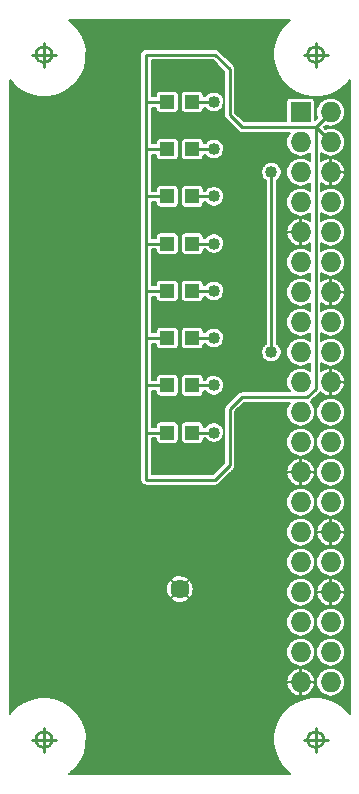
<source format=gtl>
%TF.GenerationSoftware,KiCad,Pcbnew,(2017-03-19 revision 2637835)-master*%
%TF.CreationDate,2017-03-30T20:36:30+01:00*%
%TF.ProjectId,kicad-rtep-audio-spectrum-analyser,6B696361642D727465702D617564696F,1.0.0*%
%TF.FileFunction,Copper,L1,Top,Signal*%
%TF.FilePolarity,Positive*%
%FSLAX46Y46*%
G04 Gerber Fmt 4.6, Leading zero omitted, Abs format (unit mm)*
G04 Created by KiCad (PCBNEW (2017-03-19 revision 2637835)-master) date Thursday, 30 March 2017 20:36:30*
%MOMM*%
%LPD*%
G01*
G04 APERTURE LIST*
%ADD10C,0.203200*%
%ADD11C,0.254000*%
%TA.AperFunction,ViaPad*%
%ADD12C,1.016000*%
%TD*%
%TA.AperFunction,SMDPad,CuDef*%
%ADD13R,1.200000X1.200000*%
%TD*%
%TA.AperFunction,ComponentPad*%
%ADD14C,1.624000*%
%TD*%
%TA.AperFunction,ComponentPad*%
%ADD15O,1.727200X1.727200*%
%TD*%
%TA.AperFunction,ComponentPad*%
%ADD16R,1.727200X1.727200*%
%TD*%
%TA.AperFunction,Conductor*%
%ADD17C,0.254000*%
%TD*%
%TA.AperFunction,Conductor*%
%ADD18C,0.203200*%
%TD*%
G04 APERTURE END LIST*
D10*
D11*
X12177333Y-29000000D02*
G75*
G03X12177333Y-29000000I-677333J0D01*
G01*
X10484000Y-29000000D02*
X12516000Y-29000000D01*
X11500000Y-27984000D02*
X11500000Y-30016000D01*
X-10822667Y-29000000D02*
G75*
G03X-10822667Y-29000000I-677333J0D01*
G01*
X-12516000Y-29000000D02*
X-10484000Y-29000000D01*
X-11500000Y-27984000D02*
X-11500000Y-30016000D01*
X12177333Y29000000D02*
G75*
G03X12177333Y29000000I-677333J0D01*
G01*
X10484000Y29000000D02*
X12516000Y29000000D01*
X11500000Y30016000D02*
X11500000Y27984000D01*
X-10822667Y29000000D02*
G75*
G03X-10822667Y29000000I-677333J0D01*
G01*
X-12516000Y29000000D02*
X-10484000Y29000000D01*
X-11500000Y30016000D02*
X-11500000Y27984000D01*
D12*
%TO.N,GND*%
%TO.C,STITCH*%
X-6200000Y-8890000D03*
%TD*%
%TO.N,GND*%
%TO.C,STITCH*%
X-6200000Y-20000000D03*
%TD*%
%TO.N,GND*%
%TO.C,STITCH*%
X-6200000Y-29000000D03*
%TD*%
%TO.N,GND*%
%TO.C,STITCH*%
X0Y-8890000D03*
%TD*%
%TO.N,GND*%
%TO.C,STITCH*%
X6200000Y-8890000D03*
%TD*%
%TO.N,GND*%
%TO.C,STITCH*%
X6200000Y-29000000D03*
%TD*%
%TO.N,GND*%
%TO.C,STITCH*%
X0Y-29000000D03*
%TD*%
%TO.N,GND*%
%TO.C,STITCH*%
X6200000Y-20000000D03*
%TD*%
D13*
%TO.P,D1,C*%
%TO.N,Net-(D1-PadC)*%
X1050000Y25000000D03*
%TO.P,D1,A*%
%TO.N,+5V*%
X-1050000Y25000000D03*
%TD*%
%TO.P,D2,C*%
%TO.N,Net-(D2-PadC)*%
X1050000Y21000000D03*
%TO.P,D2,A*%
%TO.N,+5V*%
X-1050000Y21000000D03*
%TD*%
%TO.P,D3,C*%
%TO.N,Net-(D3-PadC)*%
X1050000Y17000000D03*
%TO.P,D3,A*%
%TO.N,+5V*%
X-1050000Y17000000D03*
%TD*%
%TO.P,D4,C*%
%TO.N,Net-(D4-PadC)*%
X1050000Y13000000D03*
%TO.P,D4,A*%
%TO.N,+5V*%
X-1050000Y13000000D03*
%TD*%
%TO.P,D5,C*%
%TO.N,Net-(D5-PadC)*%
X1050000Y9000000D03*
%TO.P,D5,A*%
%TO.N,+5V*%
X-1050000Y9000000D03*
%TD*%
%TO.P,D6,C*%
%TO.N,Net-(D6-PadC)*%
X1050000Y5000000D03*
%TO.P,D6,A*%
%TO.N,+5V*%
X-1050000Y5000000D03*
%TD*%
%TO.P,D7,C*%
%TO.N,Net-(D7-PadC)*%
X1050000Y1000000D03*
%TO.P,D7,A*%
%TO.N,+5V*%
X-1050000Y1000000D03*
%TD*%
%TO.P,D8,C*%
%TO.N,Net-(D8-PadC)*%
X1050000Y-3000000D03*
%TO.P,D8,A*%
%TO.N,+5V*%
X-1050000Y-3000000D03*
%TD*%
D14*
%TO.P,MK1,GND*%
%TO.N,GND*%
X0Y-16250000D03*
%TD*%
D15*
%TO.P,P1,40*%
%TO.N,Net-(P1-Pad40)*%
X12770000Y-24130000D03*
%TO.P,P1,39*%
%TO.N,GND*%
X10230000Y-24130000D03*
%TO.P,P1,38*%
%TO.N,/DATA*%
X12770000Y-21590000D03*
%TO.P,P1,37*%
%TO.N,Net-(P1-Pad37)*%
X10230000Y-21590000D03*
%TO.P,P1,36*%
%TO.N,Net-(P1-Pad36)*%
X12770000Y-19050000D03*
%TO.P,P1,35*%
%TO.N,Net-(P1-Pad35)*%
X10230000Y-19050000D03*
%TO.P,P1,34*%
%TO.N,GND*%
X12770000Y-16510000D03*
%TO.P,P1,33*%
%TO.N,Net-(P1-Pad33)*%
X10230000Y-16510000D03*
%TO.P,P1,32*%
%TO.N,Net-(P1-Pad32)*%
X12770000Y-13970000D03*
%TO.P,P1,31*%
%TO.N,/LED8*%
X10230000Y-13970000D03*
%TO.P,P1,30*%
%TO.N,GND*%
X12770000Y-11430000D03*
%TO.P,P1,29*%
%TO.N,/LED7*%
X10230000Y-11430000D03*
%TO.P,P1,28*%
%TO.N,Net-(P1-Pad28)*%
X12770000Y-8890000D03*
%TO.P,P1,27*%
%TO.N,Net-(P1-Pad27)*%
X10230000Y-8890000D03*
%TO.P,P1,26*%
%TO.N,Net-(P1-Pad26)*%
X12770000Y-6350000D03*
%TO.P,P1,25*%
%TO.N,GND*%
X10230000Y-6350000D03*
%TO.P,P1,24*%
%TO.N,Net-(P1-Pad24)*%
X12770000Y-3810000D03*
%TO.P,P1,23*%
%TO.N,/LED6*%
X10230000Y-3810000D03*
%TO.P,P1,22*%
%TO.N,Net-(P1-Pad22)*%
X12770000Y-1270000D03*
%TO.P,P1,21*%
%TO.N,/LED5*%
X10230000Y-1270000D03*
%TO.P,P1,20*%
%TO.N,GND*%
X12770000Y1270000D03*
%TO.P,P1,19*%
%TO.N,/LED4*%
X10230000Y1270000D03*
%TO.P,P1,18*%
%TO.N,Net-(P1-Pad18)*%
X12770000Y3810000D03*
%TO.P,P1,17*%
%TO.N,+3V3*%
X10230000Y3810000D03*
%TO.P,P1,16*%
%TO.N,Net-(P1-Pad16)*%
X12770000Y6350000D03*
%TO.P,P1,15*%
%TO.N,/LED3*%
X10230000Y6350000D03*
%TO.P,P1,14*%
%TO.N,GND*%
X12770000Y8890000D03*
%TO.P,P1,13*%
%TO.N,/LED2*%
X10230000Y8890000D03*
%TO.P,P1,12*%
%TO.N,Net-(P1-Pad12)*%
X12770000Y11430000D03*
%TO.P,P1,11*%
%TO.N,/LED1*%
X10230000Y11430000D03*
%TO.P,P1,10*%
%TO.N,Net-(P1-Pad10)*%
X12770000Y13970000D03*
%TO.P,P1,09*%
%TO.N,GND*%
X10230000Y13970000D03*
%TO.P,P1,08*%
%TO.N,Net-(P1-Pad08)*%
X12770000Y16510000D03*
%TO.P,P1,07*%
%TO.N,Net-(P1-Pad07)*%
X10230000Y16510000D03*
%TO.P,P1,06*%
%TO.N,GND*%
X12770000Y19050000D03*
%TO.P,P1,05*%
%TO.N,Net-(P1-Pad05)*%
X10230000Y19050000D03*
%TO.P,P1,04*%
%TO.N,+5V*%
X12770000Y21590000D03*
%TO.P,P1,03*%
%TO.N,Net-(P1-Pad03)*%
X10230000Y21590000D03*
%TO.P,P1,02*%
%TO.N,+5V*%
X12770000Y24130000D03*
D16*
%TO.P,P1,01*%
%TO.N,+3V3*%
X10230000Y24130000D03*
%TD*%
D12*
%TO.N,+3V3*%
X7750000Y19050000D03*
X7750000Y3810000D03*
%TO.N,Net-(D1-PadC)*%
X2873000Y25000000D03*
%TO.N,Net-(D2-PadC)*%
X2873000Y21000000D03*
%TO.N,Net-(D3-PadC)*%
X2873000Y17000000D03*
%TO.N,Net-(D4-PadC)*%
X2873000Y13000000D03*
%TO.N,Net-(D5-PadC)*%
X2873000Y9000000D03*
%TO.N,Net-(D6-PadC)*%
X2873000Y5000000D03*
%TO.N,Net-(D7-PadC)*%
X2873000Y1000000D03*
%TO.N,Net-(D8-PadC)*%
X2873000Y-3000000D03*
%TD*%
D17*
%TO.N,+3V3*%
X7750000Y19050000D02*
X7750000Y3810000D01*
%TO.N,Net-(D1-PadC)*%
X1050000Y25000000D02*
X2873000Y25000000D01*
%TO.N,+5V*%
X11500000Y22860000D02*
X11500000Y697990D01*
X10802010Y0D02*
X5229970Y0D01*
X5229970Y0D02*
X4229970Y-1000000D01*
X11500000Y697990D02*
X10802010Y0D01*
X4229970Y-1000000D02*
X4229970Y-5770030D01*
X-2873000Y-7000000D02*
X-2873000Y-3000000D01*
X4229970Y-5770030D02*
X3000000Y-7000000D01*
X3000000Y-7000000D02*
X-2873000Y-7000000D01*
X-2873000Y25000000D02*
X-2873000Y29000000D01*
X3000000Y29000000D02*
X-2873000Y29000000D01*
X4229970Y27770030D02*
X4229970Y23860000D01*
X4229970Y23860000D02*
X5229970Y22860000D01*
X4229970Y27770030D02*
X3000000Y29000000D01*
X11500000Y22860000D02*
X5229970Y22860000D01*
X-2873000Y-3000000D02*
X-2873000Y1000000D01*
X-1050000Y-3000000D02*
X-2873000Y-3000000D01*
X-2873000Y1000000D02*
X-2873000Y5000000D01*
X-1050000Y1000000D02*
X-2873000Y1000000D01*
X-1050000Y5000000D02*
X-2873000Y5000000D01*
X-2873000Y5000000D02*
X-2873000Y9000000D01*
X-1050000Y9000000D02*
X-2873000Y9000000D01*
X-2873000Y9000000D02*
X-2873000Y13000000D01*
X-2873000Y13000000D02*
X-2873000Y17000000D01*
X-1050000Y13000000D02*
X-2873000Y13000000D01*
X-2873000Y17000000D02*
X-2873000Y21000000D01*
X-1050000Y17000000D02*
X-2873000Y17000000D01*
X-2873000Y21000000D02*
X-2873000Y25000000D01*
X-1050000Y21000000D02*
X-2873000Y21000000D01*
X-1050000Y25000000D02*
X-2873000Y25000000D01*
X12770000Y21590000D02*
X11500000Y22860000D01*
X11500000Y22860000D02*
X12770000Y24130000D01*
%TO.N,Net-(D2-PadC)*%
X1050000Y21000000D02*
X2873000Y21000000D01*
%TO.N,Net-(D3-PadC)*%
X1050000Y17000000D02*
X2873000Y17000000D01*
%TO.N,Net-(D4-PadC)*%
X1050000Y13000000D02*
X2873000Y13000000D01*
%TO.N,Net-(D5-PadC)*%
X1050000Y9000000D02*
X2873000Y9000000D01*
%TO.N,Net-(D6-PadC)*%
X1050000Y5000000D02*
X2873000Y5000000D01*
%TO.N,Net-(D7-PadC)*%
X1050000Y1000000D02*
X2873000Y1000000D01*
%TO.N,Net-(D8-PadC)*%
X1050000Y-3000000D02*
X2873000Y-3000000D01*
%TD*%
D18*
%TO.N,GND*%
G36*
X9232304Y31820445D02*
X8727664Y31326266D01*
X8328622Y30743480D01*
X8050377Y30094285D01*
X7903527Y29403409D01*
X7893665Y28697168D01*
X8021168Y28002461D01*
X8281178Y27345750D01*
X8663792Y26752049D01*
X9154437Y26243972D01*
X9734423Y25840871D01*
X10381659Y25558101D01*
X11071493Y25406431D01*
X11777648Y25391639D01*
X12473228Y25514289D01*
X13131738Y25769708D01*
X13728096Y26148168D01*
X14239586Y26635253D01*
X14398400Y26860386D01*
X14398400Y-26853932D01*
X14304545Y-26712669D01*
X13806855Y-26211492D01*
X13221297Y-25816528D01*
X12570175Y-25542822D01*
X11878291Y-25400798D01*
X11171998Y-25395867D01*
X10478199Y-25528217D01*
X9823319Y-25792805D01*
X9232304Y-26179555D01*
X8727664Y-26673734D01*
X8328622Y-27256520D01*
X8050377Y-27905715D01*
X7903527Y-28596591D01*
X7893665Y-29302832D01*
X8021168Y-29997539D01*
X8281178Y-30654250D01*
X8663792Y-31247951D01*
X9154437Y-31756028D01*
X9359283Y-31898400D01*
X-9345283Y-31898400D01*
X-9271904Y-31851832D01*
X-8760414Y-31364747D01*
X-8353274Y-30787589D01*
X-8065992Y-30142342D01*
X-7909510Y-29453584D01*
X-7898245Y-28646845D01*
X-8035435Y-27953986D01*
X-8304589Y-27300970D01*
X-8695455Y-26712669D01*
X-9193145Y-26211492D01*
X-9778703Y-25816528D01*
X-10429825Y-25542822D01*
X-11121709Y-25400798D01*
X-11828002Y-25395867D01*
X-12521801Y-25528217D01*
X-13176681Y-25792805D01*
X-13767696Y-26179555D01*
X-14272336Y-26673734D01*
X-14398400Y-26857846D01*
X-14398400Y-24345771D01*
X9030046Y-24345771D01*
X9038813Y-24389856D01*
X9112397Y-24617252D01*
X9228930Y-24825923D01*
X9383933Y-25007850D01*
X9571450Y-25156042D01*
X9784275Y-25264804D01*
X10014229Y-25329956D01*
X10204600Y-25260037D01*
X10204600Y-24155400D01*
X10255400Y-24155400D01*
X10255400Y-25260037D01*
X10445771Y-25329956D01*
X10675725Y-25264804D01*
X10888550Y-25156042D01*
X11076067Y-25007850D01*
X11231070Y-24825923D01*
X11347603Y-24617252D01*
X11421187Y-24389856D01*
X11429954Y-24345771D01*
X11360015Y-24155400D01*
X10255400Y-24155400D01*
X10204600Y-24155400D01*
X9099985Y-24155400D01*
X9030046Y-24345771D01*
X-14398400Y-24345771D01*
X-14398400Y-24121488D01*
X11544931Y-24121488D01*
X11566496Y-24358455D01*
X11633678Y-24586720D01*
X11743918Y-24797589D01*
X11893016Y-24983030D01*
X12075293Y-25135978D01*
X12283807Y-25250610D01*
X12510615Y-25322558D01*
X12747078Y-25349081D01*
X12764101Y-25349200D01*
X12775899Y-25349200D01*
X13012710Y-25325981D01*
X13240500Y-25257207D01*
X13450594Y-25145498D01*
X13634989Y-24995109D01*
X13786662Y-24811768D01*
X13899835Y-24602459D01*
X13970197Y-24375154D01*
X13995069Y-24138512D01*
X13973504Y-23901545D01*
X13906322Y-23673280D01*
X13796082Y-23462411D01*
X13646984Y-23276970D01*
X13464707Y-23124022D01*
X13256193Y-23009390D01*
X13029385Y-22937442D01*
X12792922Y-22910919D01*
X12775899Y-22910800D01*
X12764101Y-22910800D01*
X12527290Y-22934019D01*
X12299500Y-23002793D01*
X12089406Y-23114502D01*
X11905011Y-23264891D01*
X11753338Y-23448232D01*
X11640165Y-23657541D01*
X11569803Y-23884846D01*
X11544931Y-24121488D01*
X-14398400Y-24121488D01*
X-14398400Y-23914229D01*
X9030046Y-23914229D01*
X9099985Y-24104600D01*
X10204600Y-24104600D01*
X10204600Y-22999963D01*
X10255400Y-22999963D01*
X10255400Y-24104600D01*
X11360015Y-24104600D01*
X11429954Y-23914229D01*
X11421187Y-23870144D01*
X11347603Y-23642748D01*
X11231070Y-23434077D01*
X11076067Y-23252150D01*
X10888550Y-23103958D01*
X10675725Y-22995196D01*
X10445771Y-22930044D01*
X10255400Y-22999963D01*
X10204600Y-22999963D01*
X10014229Y-22930044D01*
X9784275Y-22995196D01*
X9571450Y-23103958D01*
X9383933Y-23252150D01*
X9228930Y-23434077D01*
X9112397Y-23642748D01*
X9038813Y-23870144D01*
X9030046Y-23914229D01*
X-14398400Y-23914229D01*
X-14398400Y-21581488D01*
X9004931Y-21581488D01*
X9026496Y-21818455D01*
X9093678Y-22046720D01*
X9203918Y-22257589D01*
X9353016Y-22443030D01*
X9535293Y-22595978D01*
X9743807Y-22710610D01*
X9970615Y-22782558D01*
X10207078Y-22809081D01*
X10224101Y-22809200D01*
X10235899Y-22809200D01*
X10472710Y-22785981D01*
X10700500Y-22717207D01*
X10910594Y-22605498D01*
X11094989Y-22455109D01*
X11246662Y-22271768D01*
X11359835Y-22062459D01*
X11430197Y-21835154D01*
X11455069Y-21598512D01*
X11453520Y-21581488D01*
X11544931Y-21581488D01*
X11566496Y-21818455D01*
X11633678Y-22046720D01*
X11743918Y-22257589D01*
X11893016Y-22443030D01*
X12075293Y-22595978D01*
X12283807Y-22710610D01*
X12510615Y-22782558D01*
X12747078Y-22809081D01*
X12764101Y-22809200D01*
X12775899Y-22809200D01*
X13012710Y-22785981D01*
X13240500Y-22717207D01*
X13450594Y-22605498D01*
X13634989Y-22455109D01*
X13786662Y-22271768D01*
X13899835Y-22062459D01*
X13970197Y-21835154D01*
X13995069Y-21598512D01*
X13973504Y-21361545D01*
X13906322Y-21133280D01*
X13796082Y-20922411D01*
X13646984Y-20736970D01*
X13464707Y-20584022D01*
X13256193Y-20469390D01*
X13029385Y-20397442D01*
X12792922Y-20370919D01*
X12775899Y-20370800D01*
X12764101Y-20370800D01*
X12527290Y-20394019D01*
X12299500Y-20462793D01*
X12089406Y-20574502D01*
X11905011Y-20724891D01*
X11753338Y-20908232D01*
X11640165Y-21117541D01*
X11569803Y-21344846D01*
X11544931Y-21581488D01*
X11453520Y-21581488D01*
X11433504Y-21361545D01*
X11366322Y-21133280D01*
X11256082Y-20922411D01*
X11106984Y-20736970D01*
X10924707Y-20584022D01*
X10716193Y-20469390D01*
X10489385Y-20397442D01*
X10252922Y-20370919D01*
X10235899Y-20370800D01*
X10224101Y-20370800D01*
X9987290Y-20394019D01*
X9759500Y-20462793D01*
X9549406Y-20574502D01*
X9365011Y-20724891D01*
X9213338Y-20908232D01*
X9100165Y-21117541D01*
X9029803Y-21344846D01*
X9004931Y-21581488D01*
X-14398400Y-21581488D01*
X-14398400Y-19041488D01*
X9004931Y-19041488D01*
X9026496Y-19278455D01*
X9093678Y-19506720D01*
X9203918Y-19717589D01*
X9353016Y-19903030D01*
X9535293Y-20055978D01*
X9743807Y-20170610D01*
X9970615Y-20242558D01*
X10207078Y-20269081D01*
X10224101Y-20269200D01*
X10235899Y-20269200D01*
X10472710Y-20245981D01*
X10700500Y-20177207D01*
X10910594Y-20065498D01*
X11094989Y-19915109D01*
X11246662Y-19731768D01*
X11359835Y-19522459D01*
X11430197Y-19295154D01*
X11455069Y-19058512D01*
X11453520Y-19041488D01*
X11544931Y-19041488D01*
X11566496Y-19278455D01*
X11633678Y-19506720D01*
X11743918Y-19717589D01*
X11893016Y-19903030D01*
X12075293Y-20055978D01*
X12283807Y-20170610D01*
X12510615Y-20242558D01*
X12747078Y-20269081D01*
X12764101Y-20269200D01*
X12775899Y-20269200D01*
X13012710Y-20245981D01*
X13240500Y-20177207D01*
X13450594Y-20065498D01*
X13634989Y-19915109D01*
X13786662Y-19731768D01*
X13899835Y-19522459D01*
X13970197Y-19295154D01*
X13995069Y-19058512D01*
X13973504Y-18821545D01*
X13906322Y-18593280D01*
X13796082Y-18382411D01*
X13646984Y-18196970D01*
X13464707Y-18044022D01*
X13256193Y-17929390D01*
X13029385Y-17857442D01*
X12792922Y-17830919D01*
X12775899Y-17830800D01*
X12764101Y-17830800D01*
X12527290Y-17854019D01*
X12299500Y-17922793D01*
X12089406Y-18034502D01*
X11905011Y-18184891D01*
X11753338Y-18368232D01*
X11640165Y-18577541D01*
X11569803Y-18804846D01*
X11544931Y-19041488D01*
X11453520Y-19041488D01*
X11433504Y-18821545D01*
X11366322Y-18593280D01*
X11256082Y-18382411D01*
X11106984Y-18196970D01*
X10924707Y-18044022D01*
X10716193Y-17929390D01*
X10489385Y-17857442D01*
X10252922Y-17830919D01*
X10235899Y-17830800D01*
X10224101Y-17830800D01*
X9987290Y-17854019D01*
X9759500Y-17922793D01*
X9549406Y-18034502D01*
X9365011Y-18184891D01*
X9213338Y-18368232D01*
X9100165Y-18577541D01*
X9029803Y-18804846D01*
X9004931Y-19041488D01*
X-14398400Y-19041488D01*
X-14398400Y-17034501D01*
X-748580Y-17034501D01*
X-668908Y-17213886D01*
X-468010Y-17325863D01*
X-249126Y-17396494D01*
X-20669Y-17423067D01*
X208582Y-17404559D01*
X429817Y-17341682D01*
X634535Y-17236852D01*
X668908Y-17213886D01*
X748580Y-17034501D01*
X0Y-16285921D01*
X-748580Y-17034501D01*
X-14398400Y-17034501D01*
X-14398400Y-16229331D01*
X-1173067Y-16229331D01*
X-1154559Y-16458582D01*
X-1091682Y-16679817D01*
X-986852Y-16884535D01*
X-963886Y-16918908D01*
X-784501Y-16998580D01*
X-35921Y-16250000D01*
X35921Y-16250000D01*
X784501Y-16998580D01*
X963886Y-16918908D01*
X1075863Y-16718010D01*
X1145731Y-16501488D01*
X9004931Y-16501488D01*
X9026496Y-16738455D01*
X9093678Y-16966720D01*
X9203918Y-17177589D01*
X9353016Y-17363030D01*
X9535293Y-17515978D01*
X9743807Y-17630610D01*
X9970615Y-17702558D01*
X10207078Y-17729081D01*
X10224101Y-17729200D01*
X10235899Y-17729200D01*
X10472710Y-17705981D01*
X10700500Y-17637207D01*
X10910594Y-17525498D01*
X11094989Y-17375109D01*
X11246662Y-17191768D01*
X11359835Y-16982459D01*
X11430197Y-16755154D01*
X11433285Y-16725771D01*
X11570046Y-16725771D01*
X11578813Y-16769856D01*
X11652397Y-16997252D01*
X11768930Y-17205923D01*
X11923933Y-17387850D01*
X12111450Y-17536042D01*
X12324275Y-17644804D01*
X12554229Y-17709956D01*
X12744600Y-17640037D01*
X12744600Y-16535400D01*
X12795400Y-16535400D01*
X12795400Y-17640037D01*
X12985771Y-17709956D01*
X13215725Y-17644804D01*
X13428550Y-17536042D01*
X13616067Y-17387850D01*
X13771070Y-17205923D01*
X13887603Y-16997252D01*
X13961187Y-16769856D01*
X13969954Y-16725771D01*
X13900015Y-16535400D01*
X12795400Y-16535400D01*
X12744600Y-16535400D01*
X11639985Y-16535400D01*
X11570046Y-16725771D01*
X11433285Y-16725771D01*
X11455069Y-16518512D01*
X11434659Y-16294229D01*
X11570046Y-16294229D01*
X11639985Y-16484600D01*
X12744600Y-16484600D01*
X12744600Y-15379963D01*
X12795400Y-15379963D01*
X12795400Y-16484600D01*
X13900015Y-16484600D01*
X13969954Y-16294229D01*
X13961187Y-16250144D01*
X13887603Y-16022748D01*
X13771070Y-15814077D01*
X13616067Y-15632150D01*
X13428550Y-15483958D01*
X13215725Y-15375196D01*
X12985771Y-15310044D01*
X12795400Y-15379963D01*
X12744600Y-15379963D01*
X12554229Y-15310044D01*
X12324275Y-15375196D01*
X12111450Y-15483958D01*
X11923933Y-15632150D01*
X11768930Y-15814077D01*
X11652397Y-16022748D01*
X11578813Y-16250144D01*
X11570046Y-16294229D01*
X11434659Y-16294229D01*
X11433504Y-16281545D01*
X11366322Y-16053280D01*
X11256082Y-15842411D01*
X11106984Y-15656970D01*
X10924707Y-15504022D01*
X10716193Y-15389390D01*
X10489385Y-15317442D01*
X10252922Y-15290919D01*
X10235899Y-15290800D01*
X10224101Y-15290800D01*
X9987290Y-15314019D01*
X9759500Y-15382793D01*
X9549406Y-15494502D01*
X9365011Y-15644891D01*
X9213338Y-15828232D01*
X9100165Y-16037541D01*
X9029803Y-16264846D01*
X9004931Y-16501488D01*
X1145731Y-16501488D01*
X1146494Y-16499126D01*
X1173067Y-16270669D01*
X1154559Y-16041418D01*
X1091682Y-15820183D01*
X986852Y-15615465D01*
X963886Y-15581092D01*
X784501Y-15501420D01*
X35921Y-16250000D01*
X-35921Y-16250000D01*
X-784501Y-15501420D01*
X-963886Y-15581092D01*
X-1075863Y-15781990D01*
X-1146494Y-16000874D01*
X-1173067Y-16229331D01*
X-14398400Y-16229331D01*
X-14398400Y-15465499D01*
X-748580Y-15465499D01*
X0Y-16214079D01*
X748580Y-15465499D01*
X668908Y-15286114D01*
X468010Y-15174137D01*
X249126Y-15103506D01*
X20669Y-15076933D01*
X-208582Y-15095441D01*
X-429817Y-15158318D01*
X-634535Y-15263148D01*
X-668908Y-15286114D01*
X-748580Y-15465499D01*
X-14398400Y-15465499D01*
X-14398400Y-13961488D01*
X9004931Y-13961488D01*
X9026496Y-14198455D01*
X9093678Y-14426720D01*
X9203918Y-14637589D01*
X9353016Y-14823030D01*
X9535293Y-14975978D01*
X9743807Y-15090610D01*
X9970615Y-15162558D01*
X10207078Y-15189081D01*
X10224101Y-15189200D01*
X10235899Y-15189200D01*
X10472710Y-15165981D01*
X10700500Y-15097207D01*
X10910594Y-14985498D01*
X11094989Y-14835109D01*
X11246662Y-14651768D01*
X11359835Y-14442459D01*
X11430197Y-14215154D01*
X11455069Y-13978512D01*
X11453520Y-13961488D01*
X11544931Y-13961488D01*
X11566496Y-14198455D01*
X11633678Y-14426720D01*
X11743918Y-14637589D01*
X11893016Y-14823030D01*
X12075293Y-14975978D01*
X12283807Y-15090610D01*
X12510615Y-15162558D01*
X12747078Y-15189081D01*
X12764101Y-15189200D01*
X12775899Y-15189200D01*
X13012710Y-15165981D01*
X13240500Y-15097207D01*
X13450594Y-14985498D01*
X13634989Y-14835109D01*
X13786662Y-14651768D01*
X13899835Y-14442459D01*
X13970197Y-14215154D01*
X13995069Y-13978512D01*
X13973504Y-13741545D01*
X13906322Y-13513280D01*
X13796082Y-13302411D01*
X13646984Y-13116970D01*
X13464707Y-12964022D01*
X13256193Y-12849390D01*
X13029385Y-12777442D01*
X12792922Y-12750919D01*
X12775899Y-12750800D01*
X12764101Y-12750800D01*
X12527290Y-12774019D01*
X12299500Y-12842793D01*
X12089406Y-12954502D01*
X11905011Y-13104891D01*
X11753338Y-13288232D01*
X11640165Y-13497541D01*
X11569803Y-13724846D01*
X11544931Y-13961488D01*
X11453520Y-13961488D01*
X11433504Y-13741545D01*
X11366322Y-13513280D01*
X11256082Y-13302411D01*
X11106984Y-13116970D01*
X10924707Y-12964022D01*
X10716193Y-12849390D01*
X10489385Y-12777442D01*
X10252922Y-12750919D01*
X10235899Y-12750800D01*
X10224101Y-12750800D01*
X9987290Y-12774019D01*
X9759500Y-12842793D01*
X9549406Y-12954502D01*
X9365011Y-13104891D01*
X9213338Y-13288232D01*
X9100165Y-13497541D01*
X9029803Y-13724846D01*
X9004931Y-13961488D01*
X-14398400Y-13961488D01*
X-14398400Y-11421488D01*
X9004931Y-11421488D01*
X9026496Y-11658455D01*
X9093678Y-11886720D01*
X9203918Y-12097589D01*
X9353016Y-12283030D01*
X9535293Y-12435978D01*
X9743807Y-12550610D01*
X9970615Y-12622558D01*
X10207078Y-12649081D01*
X10224101Y-12649200D01*
X10235899Y-12649200D01*
X10472710Y-12625981D01*
X10700500Y-12557207D01*
X10910594Y-12445498D01*
X11094989Y-12295109D01*
X11246662Y-12111768D01*
X11359835Y-11902459D01*
X11430197Y-11675154D01*
X11433285Y-11645771D01*
X11570046Y-11645771D01*
X11578813Y-11689856D01*
X11652397Y-11917252D01*
X11768930Y-12125923D01*
X11923933Y-12307850D01*
X12111450Y-12456042D01*
X12324275Y-12564804D01*
X12554229Y-12629956D01*
X12744600Y-12560037D01*
X12744600Y-11455400D01*
X12795400Y-11455400D01*
X12795400Y-12560037D01*
X12985771Y-12629956D01*
X13215725Y-12564804D01*
X13428550Y-12456042D01*
X13616067Y-12307850D01*
X13771070Y-12125923D01*
X13887603Y-11917252D01*
X13961187Y-11689856D01*
X13969954Y-11645771D01*
X13900015Y-11455400D01*
X12795400Y-11455400D01*
X12744600Y-11455400D01*
X11639985Y-11455400D01*
X11570046Y-11645771D01*
X11433285Y-11645771D01*
X11455069Y-11438512D01*
X11434659Y-11214229D01*
X11570046Y-11214229D01*
X11639985Y-11404600D01*
X12744600Y-11404600D01*
X12744600Y-10299963D01*
X12795400Y-10299963D01*
X12795400Y-11404600D01*
X13900015Y-11404600D01*
X13969954Y-11214229D01*
X13961187Y-11170144D01*
X13887603Y-10942748D01*
X13771070Y-10734077D01*
X13616067Y-10552150D01*
X13428550Y-10403958D01*
X13215725Y-10295196D01*
X12985771Y-10230044D01*
X12795400Y-10299963D01*
X12744600Y-10299963D01*
X12554229Y-10230044D01*
X12324275Y-10295196D01*
X12111450Y-10403958D01*
X11923933Y-10552150D01*
X11768930Y-10734077D01*
X11652397Y-10942748D01*
X11578813Y-11170144D01*
X11570046Y-11214229D01*
X11434659Y-11214229D01*
X11433504Y-11201545D01*
X11366322Y-10973280D01*
X11256082Y-10762411D01*
X11106984Y-10576970D01*
X10924707Y-10424022D01*
X10716193Y-10309390D01*
X10489385Y-10237442D01*
X10252922Y-10210919D01*
X10235899Y-10210800D01*
X10224101Y-10210800D01*
X9987290Y-10234019D01*
X9759500Y-10302793D01*
X9549406Y-10414502D01*
X9365011Y-10564891D01*
X9213338Y-10748232D01*
X9100165Y-10957541D01*
X9029803Y-11184846D01*
X9004931Y-11421488D01*
X-14398400Y-11421488D01*
X-14398400Y-8881488D01*
X9004931Y-8881488D01*
X9026496Y-9118455D01*
X9093678Y-9346720D01*
X9203918Y-9557589D01*
X9353016Y-9743030D01*
X9535293Y-9895978D01*
X9743807Y-10010610D01*
X9970615Y-10082558D01*
X10207078Y-10109081D01*
X10224101Y-10109200D01*
X10235899Y-10109200D01*
X10472710Y-10085981D01*
X10700500Y-10017207D01*
X10910594Y-9905498D01*
X11094989Y-9755109D01*
X11246662Y-9571768D01*
X11359835Y-9362459D01*
X11430197Y-9135154D01*
X11455069Y-8898512D01*
X11453520Y-8881488D01*
X11544931Y-8881488D01*
X11566496Y-9118455D01*
X11633678Y-9346720D01*
X11743918Y-9557589D01*
X11893016Y-9743030D01*
X12075293Y-9895978D01*
X12283807Y-10010610D01*
X12510615Y-10082558D01*
X12747078Y-10109081D01*
X12764101Y-10109200D01*
X12775899Y-10109200D01*
X13012710Y-10085981D01*
X13240500Y-10017207D01*
X13450594Y-9905498D01*
X13634989Y-9755109D01*
X13786662Y-9571768D01*
X13899835Y-9362459D01*
X13970197Y-9135154D01*
X13995069Y-8898512D01*
X13973504Y-8661545D01*
X13906322Y-8433280D01*
X13796082Y-8222411D01*
X13646984Y-8036970D01*
X13464707Y-7884022D01*
X13256193Y-7769390D01*
X13029385Y-7697442D01*
X12792922Y-7670919D01*
X12775899Y-7670800D01*
X12764101Y-7670800D01*
X12527290Y-7694019D01*
X12299500Y-7762793D01*
X12089406Y-7874502D01*
X11905011Y-8024891D01*
X11753338Y-8208232D01*
X11640165Y-8417541D01*
X11569803Y-8644846D01*
X11544931Y-8881488D01*
X11453520Y-8881488D01*
X11433504Y-8661545D01*
X11366322Y-8433280D01*
X11256082Y-8222411D01*
X11106984Y-8036970D01*
X10924707Y-7884022D01*
X10716193Y-7769390D01*
X10489385Y-7697442D01*
X10252922Y-7670919D01*
X10235899Y-7670800D01*
X10224101Y-7670800D01*
X9987290Y-7694019D01*
X9759500Y-7762793D01*
X9549406Y-7874502D01*
X9365011Y-8024891D01*
X9213338Y-8208232D01*
X9100165Y-8417541D01*
X9029803Y-8644846D01*
X9004931Y-8881488D01*
X-14398400Y-8881488D01*
X-14398400Y26848552D01*
X-14336208Y26752049D01*
X-13845563Y26243972D01*
X-13265577Y25840871D01*
X-12618341Y25558101D01*
X-11928507Y25406431D01*
X-11222352Y25391639D01*
X-10526772Y25514289D01*
X-9868262Y25769708D01*
X-9271904Y26148168D01*
X-8760414Y26635253D01*
X-8353274Y27212411D01*
X-8065992Y27857658D01*
X-7909510Y28546416D01*
X-7903177Y29000000D01*
X-3355600Y29000000D01*
X-3355600Y-7000000D01*
X-3351168Y-7045204D01*
X-3347052Y-7090430D01*
X-3346574Y-7092054D01*
X-3346409Y-7093737D01*
X-3333283Y-7137213D01*
X-3320459Y-7180785D01*
X-3319675Y-7182284D01*
X-3319186Y-7183905D01*
X-3297830Y-7224069D01*
X-3276822Y-7264254D01*
X-3275764Y-7265570D01*
X-3274968Y-7267067D01*
X-3246271Y-7302252D01*
X-3217805Y-7337658D01*
X-3216505Y-7338748D01*
X-3215439Y-7340056D01*
X-3180500Y-7368960D01*
X-3145653Y-7398200D01*
X-3144170Y-7399015D01*
X-3142866Y-7400094D01*
X-3102928Y-7421688D01*
X-3063116Y-7443575D01*
X-3061502Y-7444087D01*
X-3060015Y-7444891D01*
X-3016650Y-7458315D01*
X-2973338Y-7472054D01*
X-2971656Y-7472243D01*
X-2970040Y-7472743D01*
X-2924890Y-7477488D01*
X-2879738Y-7482553D01*
X-2876486Y-7482576D01*
X-2876369Y-7482588D01*
X-2876252Y-7482577D01*
X-2873000Y-7482600D01*
X3000000Y-7482600D01*
X3044326Y-7478254D01*
X3088775Y-7474365D01*
X3091214Y-7473656D01*
X3093737Y-7473409D01*
X3136400Y-7460528D01*
X3179223Y-7448087D01*
X3181475Y-7446920D01*
X3183905Y-7446186D01*
X3223295Y-7425242D01*
X3262843Y-7404742D01*
X3264824Y-7403161D01*
X3267067Y-7401968D01*
X3301625Y-7373783D01*
X3336452Y-7345981D01*
X3339988Y-7342495D01*
X3340056Y-7342439D01*
X3340108Y-7342376D01*
X3341250Y-7341250D01*
X4116729Y-6565771D01*
X9030046Y-6565771D01*
X9038813Y-6609856D01*
X9112397Y-6837252D01*
X9228930Y-7045923D01*
X9383933Y-7227850D01*
X9571450Y-7376042D01*
X9784275Y-7484804D01*
X10014229Y-7549956D01*
X10204600Y-7480037D01*
X10204600Y-6375400D01*
X10255400Y-6375400D01*
X10255400Y-7480037D01*
X10445771Y-7549956D01*
X10675725Y-7484804D01*
X10888550Y-7376042D01*
X11076067Y-7227850D01*
X11231070Y-7045923D01*
X11347603Y-6837252D01*
X11421187Y-6609856D01*
X11429954Y-6565771D01*
X11360015Y-6375400D01*
X10255400Y-6375400D01*
X10204600Y-6375400D01*
X9099985Y-6375400D01*
X9030046Y-6565771D01*
X4116729Y-6565771D01*
X4341012Y-6341488D01*
X11544931Y-6341488D01*
X11566496Y-6578455D01*
X11633678Y-6806720D01*
X11743918Y-7017589D01*
X11893016Y-7203030D01*
X12075293Y-7355978D01*
X12283807Y-7470610D01*
X12510615Y-7542558D01*
X12747078Y-7569081D01*
X12764101Y-7569200D01*
X12775899Y-7569200D01*
X13012710Y-7545981D01*
X13240500Y-7477207D01*
X13450594Y-7365498D01*
X13634989Y-7215109D01*
X13786662Y-7031768D01*
X13899835Y-6822459D01*
X13970197Y-6595154D01*
X13995069Y-6358512D01*
X13973504Y-6121545D01*
X13906322Y-5893280D01*
X13796082Y-5682411D01*
X13646984Y-5496970D01*
X13464707Y-5344022D01*
X13256193Y-5229390D01*
X13029385Y-5157442D01*
X12792922Y-5130919D01*
X12775899Y-5130800D01*
X12764101Y-5130800D01*
X12527290Y-5154019D01*
X12299500Y-5222793D01*
X12089406Y-5334502D01*
X11905011Y-5484891D01*
X11753338Y-5668232D01*
X11640165Y-5877541D01*
X11569803Y-6104846D01*
X11544931Y-6341488D01*
X4341012Y-6341488D01*
X4548271Y-6134229D01*
X9030046Y-6134229D01*
X9099985Y-6324600D01*
X10204600Y-6324600D01*
X10204600Y-5219963D01*
X10255400Y-5219963D01*
X10255400Y-6324600D01*
X11360015Y-6324600D01*
X11429954Y-6134229D01*
X11421187Y-6090144D01*
X11347603Y-5862748D01*
X11231070Y-5654077D01*
X11076067Y-5472150D01*
X10888550Y-5323958D01*
X10675725Y-5215196D01*
X10445771Y-5150044D01*
X10255400Y-5219963D01*
X10204600Y-5219963D01*
X10014229Y-5150044D01*
X9784275Y-5215196D01*
X9571450Y-5323958D01*
X9383933Y-5472150D01*
X9228930Y-5654077D01*
X9112397Y-5862748D01*
X9038813Y-6090144D01*
X9030046Y-6134229D01*
X4548271Y-6134229D01*
X4571220Y-6111280D01*
X4599515Y-6076833D01*
X4628170Y-6042683D01*
X4629392Y-6040460D01*
X4631003Y-6038499D01*
X4652066Y-5999217D01*
X4673545Y-5960146D01*
X4674313Y-5957726D01*
X4675511Y-5955491D01*
X4688545Y-5912861D01*
X4702024Y-5870368D01*
X4702307Y-5867848D01*
X4703049Y-5865420D01*
X4707555Y-5821059D01*
X4712523Y-5776768D01*
X4712558Y-5771808D01*
X4712567Y-5771715D01*
X4712559Y-5771629D01*
X4712570Y-5770030D01*
X4712570Y-3801488D01*
X9004931Y-3801488D01*
X9026496Y-4038455D01*
X9093678Y-4266720D01*
X9203918Y-4477589D01*
X9353016Y-4663030D01*
X9535293Y-4815978D01*
X9743807Y-4930610D01*
X9970615Y-5002558D01*
X10207078Y-5029081D01*
X10224101Y-5029200D01*
X10235899Y-5029200D01*
X10472710Y-5005981D01*
X10700500Y-4937207D01*
X10910594Y-4825498D01*
X11094989Y-4675109D01*
X11246662Y-4491768D01*
X11359835Y-4282459D01*
X11430197Y-4055154D01*
X11455069Y-3818512D01*
X11453520Y-3801488D01*
X11544931Y-3801488D01*
X11566496Y-4038455D01*
X11633678Y-4266720D01*
X11743918Y-4477589D01*
X11893016Y-4663030D01*
X12075293Y-4815978D01*
X12283807Y-4930610D01*
X12510615Y-5002558D01*
X12747078Y-5029081D01*
X12764101Y-5029200D01*
X12775899Y-5029200D01*
X13012710Y-5005981D01*
X13240500Y-4937207D01*
X13450594Y-4825498D01*
X13634989Y-4675109D01*
X13786662Y-4491768D01*
X13899835Y-4282459D01*
X13970197Y-4055154D01*
X13995069Y-3818512D01*
X13973504Y-3581545D01*
X13906322Y-3353280D01*
X13796082Y-3142411D01*
X13646984Y-2956970D01*
X13464707Y-2804022D01*
X13256193Y-2689390D01*
X13029385Y-2617442D01*
X12792922Y-2590919D01*
X12775899Y-2590800D01*
X12764101Y-2590800D01*
X12527290Y-2614019D01*
X12299500Y-2682793D01*
X12089406Y-2794502D01*
X11905011Y-2944891D01*
X11753338Y-3128232D01*
X11640165Y-3337541D01*
X11569803Y-3564846D01*
X11544931Y-3801488D01*
X11453520Y-3801488D01*
X11433504Y-3581545D01*
X11366322Y-3353280D01*
X11256082Y-3142411D01*
X11106984Y-2956970D01*
X10924707Y-2804022D01*
X10716193Y-2689390D01*
X10489385Y-2617442D01*
X10252922Y-2590919D01*
X10235899Y-2590800D01*
X10224101Y-2590800D01*
X9987290Y-2614019D01*
X9759500Y-2682793D01*
X9549406Y-2794502D01*
X9365011Y-2944891D01*
X9213338Y-3128232D01*
X9100165Y-3337541D01*
X9029803Y-3564846D01*
X9004931Y-3801488D01*
X4712570Y-3801488D01*
X4712570Y-1199900D01*
X5429869Y-482600D01*
X9300724Y-482600D01*
X9213338Y-588232D01*
X9100165Y-797541D01*
X9029803Y-1024846D01*
X9004931Y-1261488D01*
X9026496Y-1498455D01*
X9093678Y-1726720D01*
X9203918Y-1937589D01*
X9353016Y-2123030D01*
X9535293Y-2275978D01*
X9743807Y-2390610D01*
X9970615Y-2462558D01*
X10207078Y-2489081D01*
X10224101Y-2489200D01*
X10235899Y-2489200D01*
X10472710Y-2465981D01*
X10700500Y-2397207D01*
X10910594Y-2285498D01*
X11094989Y-2135109D01*
X11246662Y-1951768D01*
X11359835Y-1742459D01*
X11430197Y-1515154D01*
X11455069Y-1278512D01*
X11453520Y-1261488D01*
X11544931Y-1261488D01*
X11566496Y-1498455D01*
X11633678Y-1726720D01*
X11743918Y-1937589D01*
X11893016Y-2123030D01*
X12075293Y-2275978D01*
X12283807Y-2390610D01*
X12510615Y-2462558D01*
X12747078Y-2489081D01*
X12764101Y-2489200D01*
X12775899Y-2489200D01*
X13012710Y-2465981D01*
X13240500Y-2397207D01*
X13450594Y-2285498D01*
X13634989Y-2135109D01*
X13786662Y-1951768D01*
X13899835Y-1742459D01*
X13970197Y-1515154D01*
X13995069Y-1278512D01*
X13973504Y-1041545D01*
X13906322Y-813280D01*
X13796082Y-602411D01*
X13646984Y-416970D01*
X13464707Y-264022D01*
X13256193Y-149390D01*
X13029385Y-77442D01*
X12792922Y-50919D01*
X12775899Y-50800D01*
X12764101Y-50800D01*
X12527290Y-74019D01*
X12299500Y-142793D01*
X12089406Y-254502D01*
X11905011Y-404891D01*
X11753338Y-588232D01*
X11640165Y-797541D01*
X11569803Y-1024846D01*
X11544931Y-1261488D01*
X11453520Y-1261488D01*
X11433504Y-1041545D01*
X11366322Y-813280D01*
X11256082Y-602411D01*
X11106984Y-416970D01*
X11079233Y-393685D01*
X11103635Y-373783D01*
X11138462Y-345981D01*
X11141998Y-342495D01*
X11142066Y-342439D01*
X11142118Y-342376D01*
X11143260Y-341250D01*
X11841250Y356740D01*
X11869545Y391187D01*
X11896938Y423834D01*
X11923933Y392150D01*
X12111450Y243958D01*
X12324275Y135196D01*
X12554229Y70044D01*
X12744600Y139963D01*
X12744600Y1244600D01*
X12795400Y1244600D01*
X12795400Y139963D01*
X12985771Y70044D01*
X13215725Y135196D01*
X13428550Y243958D01*
X13616067Y392150D01*
X13771070Y574077D01*
X13887603Y782748D01*
X13961187Y1010144D01*
X13969954Y1054229D01*
X13900015Y1244600D01*
X12795400Y1244600D01*
X12744600Y1244600D01*
X12724600Y1244600D01*
X12724600Y1295400D01*
X12744600Y1295400D01*
X12744600Y2400037D01*
X12795400Y2400037D01*
X12795400Y1295400D01*
X13900015Y1295400D01*
X13969954Y1485771D01*
X13961187Y1529856D01*
X13887603Y1757252D01*
X13771070Y1965923D01*
X13616067Y2147850D01*
X13428550Y2296042D01*
X13215725Y2404804D01*
X12985771Y2469956D01*
X12795400Y2400037D01*
X12744600Y2400037D01*
X12554229Y2469956D01*
X12324275Y2404804D01*
X12111450Y2296042D01*
X11982600Y2194214D01*
X11982600Y2881800D01*
X12075293Y2804022D01*
X12283807Y2689390D01*
X12510615Y2617442D01*
X12747078Y2590919D01*
X12764101Y2590800D01*
X12775899Y2590800D01*
X13012710Y2614019D01*
X13240500Y2682793D01*
X13450594Y2794502D01*
X13634989Y2944891D01*
X13786662Y3128232D01*
X13899835Y3337541D01*
X13970197Y3564846D01*
X13995069Y3801488D01*
X13973504Y4038455D01*
X13906322Y4266720D01*
X13796082Y4477589D01*
X13646984Y4663030D01*
X13464707Y4815978D01*
X13256193Y4930610D01*
X13029385Y5002558D01*
X12792922Y5029081D01*
X12775899Y5029200D01*
X12764101Y5029200D01*
X12527290Y5005981D01*
X12299500Y4937207D01*
X12089406Y4825498D01*
X11982600Y4738389D01*
X11982600Y5421800D01*
X12075293Y5344022D01*
X12283807Y5229390D01*
X12510615Y5157442D01*
X12747078Y5130919D01*
X12764101Y5130800D01*
X12775899Y5130800D01*
X13012710Y5154019D01*
X13240500Y5222793D01*
X13450594Y5334502D01*
X13634989Y5484891D01*
X13786662Y5668232D01*
X13899835Y5877541D01*
X13970197Y6104846D01*
X13995069Y6341488D01*
X13973504Y6578455D01*
X13906322Y6806720D01*
X13796082Y7017589D01*
X13646984Y7203030D01*
X13464707Y7355978D01*
X13256193Y7470610D01*
X13029385Y7542558D01*
X12792922Y7569081D01*
X12775899Y7569200D01*
X12764101Y7569200D01*
X12527290Y7545981D01*
X12299500Y7477207D01*
X12089406Y7365498D01*
X11982600Y7278389D01*
X11982600Y7965786D01*
X12111450Y7863958D01*
X12324275Y7755196D01*
X12554229Y7690044D01*
X12744600Y7759963D01*
X12744600Y8864600D01*
X12795400Y8864600D01*
X12795400Y7759963D01*
X12985771Y7690044D01*
X13215725Y7755196D01*
X13428550Y7863958D01*
X13616067Y8012150D01*
X13771070Y8194077D01*
X13887603Y8402748D01*
X13961187Y8630144D01*
X13969954Y8674229D01*
X13900015Y8864600D01*
X12795400Y8864600D01*
X12744600Y8864600D01*
X12724600Y8864600D01*
X12724600Y8915400D01*
X12744600Y8915400D01*
X12744600Y10020037D01*
X12795400Y10020037D01*
X12795400Y8915400D01*
X13900015Y8915400D01*
X13969954Y9105771D01*
X13961187Y9149856D01*
X13887603Y9377252D01*
X13771070Y9585923D01*
X13616067Y9767850D01*
X13428550Y9916042D01*
X13215725Y10024804D01*
X12985771Y10089956D01*
X12795400Y10020037D01*
X12744600Y10020037D01*
X12554229Y10089956D01*
X12324275Y10024804D01*
X12111450Y9916042D01*
X11982600Y9814214D01*
X11982600Y10501800D01*
X12075293Y10424022D01*
X12283807Y10309390D01*
X12510615Y10237442D01*
X12747078Y10210919D01*
X12764101Y10210800D01*
X12775899Y10210800D01*
X13012710Y10234019D01*
X13240500Y10302793D01*
X13450594Y10414502D01*
X13634989Y10564891D01*
X13786662Y10748232D01*
X13899835Y10957541D01*
X13970197Y11184846D01*
X13995069Y11421488D01*
X13973504Y11658455D01*
X13906322Y11886720D01*
X13796082Y12097589D01*
X13646984Y12283030D01*
X13464707Y12435978D01*
X13256193Y12550610D01*
X13029385Y12622558D01*
X12792922Y12649081D01*
X12775899Y12649200D01*
X12764101Y12649200D01*
X12527290Y12625981D01*
X12299500Y12557207D01*
X12089406Y12445498D01*
X11982600Y12358389D01*
X11982600Y13041800D01*
X12075293Y12964022D01*
X12283807Y12849390D01*
X12510615Y12777442D01*
X12747078Y12750919D01*
X12764101Y12750800D01*
X12775899Y12750800D01*
X13012710Y12774019D01*
X13240500Y12842793D01*
X13450594Y12954502D01*
X13634989Y13104891D01*
X13786662Y13288232D01*
X13899835Y13497541D01*
X13970197Y13724846D01*
X13995069Y13961488D01*
X13973504Y14198455D01*
X13906322Y14426720D01*
X13796082Y14637589D01*
X13646984Y14823030D01*
X13464707Y14975978D01*
X13256193Y15090610D01*
X13029385Y15162558D01*
X12792922Y15189081D01*
X12775899Y15189200D01*
X12764101Y15189200D01*
X12527290Y15165981D01*
X12299500Y15097207D01*
X12089406Y14985498D01*
X11982600Y14898389D01*
X11982600Y15581800D01*
X12075293Y15504022D01*
X12283807Y15389390D01*
X12510615Y15317442D01*
X12747078Y15290919D01*
X12764101Y15290800D01*
X12775899Y15290800D01*
X13012710Y15314019D01*
X13240500Y15382793D01*
X13450594Y15494502D01*
X13634989Y15644891D01*
X13786662Y15828232D01*
X13899835Y16037541D01*
X13970197Y16264846D01*
X13995069Y16501488D01*
X13973504Y16738455D01*
X13906322Y16966720D01*
X13796082Y17177589D01*
X13646984Y17363030D01*
X13464707Y17515978D01*
X13256193Y17630610D01*
X13029385Y17702558D01*
X12792922Y17729081D01*
X12775899Y17729200D01*
X12764101Y17729200D01*
X12527290Y17705981D01*
X12299500Y17637207D01*
X12089406Y17525498D01*
X11982600Y17438389D01*
X11982600Y18125786D01*
X12111450Y18023958D01*
X12324275Y17915196D01*
X12554229Y17850044D01*
X12744600Y17919963D01*
X12744600Y19024600D01*
X12795400Y19024600D01*
X12795400Y17919963D01*
X12985771Y17850044D01*
X13215725Y17915196D01*
X13428550Y18023958D01*
X13616067Y18172150D01*
X13771070Y18354077D01*
X13887603Y18562748D01*
X13961187Y18790144D01*
X13969954Y18834229D01*
X13900015Y19024600D01*
X12795400Y19024600D01*
X12744600Y19024600D01*
X12724600Y19024600D01*
X12724600Y19075400D01*
X12744600Y19075400D01*
X12744600Y20180037D01*
X12795400Y20180037D01*
X12795400Y19075400D01*
X13900015Y19075400D01*
X13969954Y19265771D01*
X13961187Y19309856D01*
X13887603Y19537252D01*
X13771070Y19745923D01*
X13616067Y19927850D01*
X13428550Y20076042D01*
X13215725Y20184804D01*
X12985771Y20249956D01*
X12795400Y20180037D01*
X12744600Y20180037D01*
X12554229Y20249956D01*
X12324275Y20184804D01*
X12111450Y20076042D01*
X11982600Y19974214D01*
X11982600Y20661800D01*
X12075293Y20584022D01*
X12283807Y20469390D01*
X12510615Y20397442D01*
X12747078Y20370919D01*
X12764101Y20370800D01*
X12775899Y20370800D01*
X13012710Y20394019D01*
X13240500Y20462793D01*
X13450594Y20574502D01*
X13634989Y20724891D01*
X13786662Y20908232D01*
X13899835Y21117541D01*
X13970197Y21344846D01*
X13995069Y21581488D01*
X13973504Y21818455D01*
X13906322Y22046720D01*
X13796082Y22257589D01*
X13646984Y22443030D01*
X13464707Y22595978D01*
X13256193Y22710610D01*
X13029385Y22782558D01*
X12792922Y22809081D01*
X12775899Y22809200D01*
X12764101Y22809200D01*
X12527290Y22785981D01*
X12319312Y22723188D01*
X12182500Y22860000D01*
X12320310Y22997810D01*
X12510615Y22937442D01*
X12747078Y22910919D01*
X12764101Y22910800D01*
X12775899Y22910800D01*
X13012710Y22934019D01*
X13240500Y23002793D01*
X13450594Y23114502D01*
X13634989Y23264891D01*
X13786662Y23448232D01*
X13899835Y23657541D01*
X13970197Y23884846D01*
X13995069Y24121488D01*
X13973504Y24358455D01*
X13906322Y24586720D01*
X13796082Y24797589D01*
X13646984Y24983030D01*
X13464707Y25135978D01*
X13256193Y25250610D01*
X13029385Y25322558D01*
X12792922Y25349081D01*
X12775899Y25349200D01*
X12764101Y25349200D01*
X12527290Y25325981D01*
X12299500Y25257207D01*
X12089406Y25145498D01*
X11905011Y24995109D01*
X11753338Y24811768D01*
X11640165Y24602459D01*
X11569803Y24375154D01*
X11544931Y24138512D01*
X11566496Y23901545D01*
X11633019Y23675519D01*
X11450920Y23493420D01*
X11450920Y24993600D01*
X11444054Y25063310D01*
X11423721Y25130340D01*
X11390701Y25192116D01*
X11346263Y25246263D01*
X11292116Y25290701D01*
X11230340Y25323721D01*
X11163310Y25344054D01*
X11093600Y25350920D01*
X9366400Y25350920D01*
X9296690Y25344054D01*
X9229660Y25323721D01*
X9167884Y25290701D01*
X9113737Y25246263D01*
X9069299Y25192116D01*
X9036279Y25130340D01*
X9015946Y25063310D01*
X9009080Y24993600D01*
X9009080Y23342600D01*
X5429869Y23342600D01*
X4712570Y24059900D01*
X4712570Y27770030D01*
X4708224Y27814356D01*
X4704335Y27858805D01*
X4703626Y27861244D01*
X4703379Y27863767D01*
X4690498Y27906430D01*
X4678057Y27949253D01*
X4676890Y27951505D01*
X4676156Y27953935D01*
X4655212Y27993325D01*
X4634712Y28032873D01*
X4633131Y28034854D01*
X4631938Y28037097D01*
X4603753Y28071655D01*
X4575951Y28106482D01*
X4572465Y28110018D01*
X4572409Y28110086D01*
X4572346Y28110138D01*
X4571220Y28111280D01*
X3341250Y29341250D01*
X3306803Y29369545D01*
X3272653Y29398200D01*
X3270430Y29399422D01*
X3268469Y29401033D01*
X3229152Y29422115D01*
X3190116Y29443575D01*
X3187700Y29444341D01*
X3185461Y29445542D01*
X3142798Y29458585D01*
X3100338Y29472054D01*
X3097817Y29472337D01*
X3095389Y29473079D01*
X3051034Y29477584D01*
X3006738Y29482553D01*
X3001778Y29482588D01*
X3001685Y29482597D01*
X3001599Y29482589D01*
X3000000Y29482600D01*
X-2873000Y29482600D01*
X-2918204Y29478168D01*
X-2963430Y29474052D01*
X-2965054Y29473574D01*
X-2966737Y29473409D01*
X-3010213Y29460283D01*
X-3053785Y29447459D01*
X-3055284Y29446675D01*
X-3056905Y29446186D01*
X-3097069Y29424830D01*
X-3137254Y29403822D01*
X-3138570Y29402764D01*
X-3140067Y29401968D01*
X-3175252Y29373271D01*
X-3210658Y29344805D01*
X-3211748Y29343505D01*
X-3213056Y29342439D01*
X-3241960Y29307500D01*
X-3271200Y29272653D01*
X-3272015Y29271170D01*
X-3273094Y29269866D01*
X-3294688Y29229928D01*
X-3316575Y29190116D01*
X-3317087Y29188502D01*
X-3317891Y29187015D01*
X-3331315Y29143650D01*
X-3345054Y29100338D01*
X-3345243Y29098656D01*
X-3345743Y29097040D01*
X-3350488Y29051890D01*
X-3355553Y29006738D01*
X-3355576Y29003486D01*
X-3355588Y29003369D01*
X-3355577Y29003252D01*
X-3355600Y29000000D01*
X-7903177Y29000000D01*
X-7898245Y29353155D01*
X-8035435Y30046014D01*
X-8304589Y30699030D01*
X-8695455Y31287331D01*
X-9193145Y31788508D01*
X-9356067Y31898400D01*
X9351432Y31898400D01*
X9232304Y31820445D01*
X9232304Y31820445D01*
G37*
X9232304Y31820445D02*
X8727664Y31326266D01*
X8328622Y30743480D01*
X8050377Y30094285D01*
X7903527Y29403409D01*
X7893665Y28697168D01*
X8021168Y28002461D01*
X8281178Y27345750D01*
X8663792Y26752049D01*
X9154437Y26243972D01*
X9734423Y25840871D01*
X10381659Y25558101D01*
X11071493Y25406431D01*
X11777648Y25391639D01*
X12473228Y25514289D01*
X13131738Y25769708D01*
X13728096Y26148168D01*
X14239586Y26635253D01*
X14398400Y26860386D01*
X14398400Y-26853932D01*
X14304545Y-26712669D01*
X13806855Y-26211492D01*
X13221297Y-25816528D01*
X12570175Y-25542822D01*
X11878291Y-25400798D01*
X11171998Y-25395867D01*
X10478199Y-25528217D01*
X9823319Y-25792805D01*
X9232304Y-26179555D01*
X8727664Y-26673734D01*
X8328622Y-27256520D01*
X8050377Y-27905715D01*
X7903527Y-28596591D01*
X7893665Y-29302832D01*
X8021168Y-29997539D01*
X8281178Y-30654250D01*
X8663792Y-31247951D01*
X9154437Y-31756028D01*
X9359283Y-31898400D01*
X-9345283Y-31898400D01*
X-9271904Y-31851832D01*
X-8760414Y-31364747D01*
X-8353274Y-30787589D01*
X-8065992Y-30142342D01*
X-7909510Y-29453584D01*
X-7898245Y-28646845D01*
X-8035435Y-27953986D01*
X-8304589Y-27300970D01*
X-8695455Y-26712669D01*
X-9193145Y-26211492D01*
X-9778703Y-25816528D01*
X-10429825Y-25542822D01*
X-11121709Y-25400798D01*
X-11828002Y-25395867D01*
X-12521801Y-25528217D01*
X-13176681Y-25792805D01*
X-13767696Y-26179555D01*
X-14272336Y-26673734D01*
X-14398400Y-26857846D01*
X-14398400Y-24345771D01*
X9030046Y-24345771D01*
X9038813Y-24389856D01*
X9112397Y-24617252D01*
X9228930Y-24825923D01*
X9383933Y-25007850D01*
X9571450Y-25156042D01*
X9784275Y-25264804D01*
X10014229Y-25329956D01*
X10204600Y-25260037D01*
X10204600Y-24155400D01*
X10255400Y-24155400D01*
X10255400Y-25260037D01*
X10445771Y-25329956D01*
X10675725Y-25264804D01*
X10888550Y-25156042D01*
X11076067Y-25007850D01*
X11231070Y-24825923D01*
X11347603Y-24617252D01*
X11421187Y-24389856D01*
X11429954Y-24345771D01*
X11360015Y-24155400D01*
X10255400Y-24155400D01*
X10204600Y-24155400D01*
X9099985Y-24155400D01*
X9030046Y-24345771D01*
X-14398400Y-24345771D01*
X-14398400Y-24121488D01*
X11544931Y-24121488D01*
X11566496Y-24358455D01*
X11633678Y-24586720D01*
X11743918Y-24797589D01*
X11893016Y-24983030D01*
X12075293Y-25135978D01*
X12283807Y-25250610D01*
X12510615Y-25322558D01*
X12747078Y-25349081D01*
X12764101Y-25349200D01*
X12775899Y-25349200D01*
X13012710Y-25325981D01*
X13240500Y-25257207D01*
X13450594Y-25145498D01*
X13634989Y-24995109D01*
X13786662Y-24811768D01*
X13899835Y-24602459D01*
X13970197Y-24375154D01*
X13995069Y-24138512D01*
X13973504Y-23901545D01*
X13906322Y-23673280D01*
X13796082Y-23462411D01*
X13646984Y-23276970D01*
X13464707Y-23124022D01*
X13256193Y-23009390D01*
X13029385Y-22937442D01*
X12792922Y-22910919D01*
X12775899Y-22910800D01*
X12764101Y-22910800D01*
X12527290Y-22934019D01*
X12299500Y-23002793D01*
X12089406Y-23114502D01*
X11905011Y-23264891D01*
X11753338Y-23448232D01*
X11640165Y-23657541D01*
X11569803Y-23884846D01*
X11544931Y-24121488D01*
X-14398400Y-24121488D01*
X-14398400Y-23914229D01*
X9030046Y-23914229D01*
X9099985Y-24104600D01*
X10204600Y-24104600D01*
X10204600Y-22999963D01*
X10255400Y-22999963D01*
X10255400Y-24104600D01*
X11360015Y-24104600D01*
X11429954Y-23914229D01*
X11421187Y-23870144D01*
X11347603Y-23642748D01*
X11231070Y-23434077D01*
X11076067Y-23252150D01*
X10888550Y-23103958D01*
X10675725Y-22995196D01*
X10445771Y-22930044D01*
X10255400Y-22999963D01*
X10204600Y-22999963D01*
X10014229Y-22930044D01*
X9784275Y-22995196D01*
X9571450Y-23103958D01*
X9383933Y-23252150D01*
X9228930Y-23434077D01*
X9112397Y-23642748D01*
X9038813Y-23870144D01*
X9030046Y-23914229D01*
X-14398400Y-23914229D01*
X-14398400Y-21581488D01*
X9004931Y-21581488D01*
X9026496Y-21818455D01*
X9093678Y-22046720D01*
X9203918Y-22257589D01*
X9353016Y-22443030D01*
X9535293Y-22595978D01*
X9743807Y-22710610D01*
X9970615Y-22782558D01*
X10207078Y-22809081D01*
X10224101Y-22809200D01*
X10235899Y-22809200D01*
X10472710Y-22785981D01*
X10700500Y-22717207D01*
X10910594Y-22605498D01*
X11094989Y-22455109D01*
X11246662Y-22271768D01*
X11359835Y-22062459D01*
X11430197Y-21835154D01*
X11455069Y-21598512D01*
X11453520Y-21581488D01*
X11544931Y-21581488D01*
X11566496Y-21818455D01*
X11633678Y-22046720D01*
X11743918Y-22257589D01*
X11893016Y-22443030D01*
X12075293Y-22595978D01*
X12283807Y-22710610D01*
X12510615Y-22782558D01*
X12747078Y-22809081D01*
X12764101Y-22809200D01*
X12775899Y-22809200D01*
X13012710Y-22785981D01*
X13240500Y-22717207D01*
X13450594Y-22605498D01*
X13634989Y-22455109D01*
X13786662Y-22271768D01*
X13899835Y-22062459D01*
X13970197Y-21835154D01*
X13995069Y-21598512D01*
X13973504Y-21361545D01*
X13906322Y-21133280D01*
X13796082Y-20922411D01*
X13646984Y-20736970D01*
X13464707Y-20584022D01*
X13256193Y-20469390D01*
X13029385Y-20397442D01*
X12792922Y-20370919D01*
X12775899Y-20370800D01*
X12764101Y-20370800D01*
X12527290Y-20394019D01*
X12299500Y-20462793D01*
X12089406Y-20574502D01*
X11905011Y-20724891D01*
X11753338Y-20908232D01*
X11640165Y-21117541D01*
X11569803Y-21344846D01*
X11544931Y-21581488D01*
X11453520Y-21581488D01*
X11433504Y-21361545D01*
X11366322Y-21133280D01*
X11256082Y-20922411D01*
X11106984Y-20736970D01*
X10924707Y-20584022D01*
X10716193Y-20469390D01*
X10489385Y-20397442D01*
X10252922Y-20370919D01*
X10235899Y-20370800D01*
X10224101Y-20370800D01*
X9987290Y-20394019D01*
X9759500Y-20462793D01*
X9549406Y-20574502D01*
X9365011Y-20724891D01*
X9213338Y-20908232D01*
X9100165Y-21117541D01*
X9029803Y-21344846D01*
X9004931Y-21581488D01*
X-14398400Y-21581488D01*
X-14398400Y-19041488D01*
X9004931Y-19041488D01*
X9026496Y-19278455D01*
X9093678Y-19506720D01*
X9203918Y-19717589D01*
X9353016Y-19903030D01*
X9535293Y-20055978D01*
X9743807Y-20170610D01*
X9970615Y-20242558D01*
X10207078Y-20269081D01*
X10224101Y-20269200D01*
X10235899Y-20269200D01*
X10472710Y-20245981D01*
X10700500Y-20177207D01*
X10910594Y-20065498D01*
X11094989Y-19915109D01*
X11246662Y-19731768D01*
X11359835Y-19522459D01*
X11430197Y-19295154D01*
X11455069Y-19058512D01*
X11453520Y-19041488D01*
X11544931Y-19041488D01*
X11566496Y-19278455D01*
X11633678Y-19506720D01*
X11743918Y-19717589D01*
X11893016Y-19903030D01*
X12075293Y-20055978D01*
X12283807Y-20170610D01*
X12510615Y-20242558D01*
X12747078Y-20269081D01*
X12764101Y-20269200D01*
X12775899Y-20269200D01*
X13012710Y-20245981D01*
X13240500Y-20177207D01*
X13450594Y-20065498D01*
X13634989Y-19915109D01*
X13786662Y-19731768D01*
X13899835Y-19522459D01*
X13970197Y-19295154D01*
X13995069Y-19058512D01*
X13973504Y-18821545D01*
X13906322Y-18593280D01*
X13796082Y-18382411D01*
X13646984Y-18196970D01*
X13464707Y-18044022D01*
X13256193Y-17929390D01*
X13029385Y-17857442D01*
X12792922Y-17830919D01*
X12775899Y-17830800D01*
X12764101Y-17830800D01*
X12527290Y-17854019D01*
X12299500Y-17922793D01*
X12089406Y-18034502D01*
X11905011Y-18184891D01*
X11753338Y-18368232D01*
X11640165Y-18577541D01*
X11569803Y-18804846D01*
X11544931Y-19041488D01*
X11453520Y-19041488D01*
X11433504Y-18821545D01*
X11366322Y-18593280D01*
X11256082Y-18382411D01*
X11106984Y-18196970D01*
X10924707Y-18044022D01*
X10716193Y-17929390D01*
X10489385Y-17857442D01*
X10252922Y-17830919D01*
X10235899Y-17830800D01*
X10224101Y-17830800D01*
X9987290Y-17854019D01*
X9759500Y-17922793D01*
X9549406Y-18034502D01*
X9365011Y-18184891D01*
X9213338Y-18368232D01*
X9100165Y-18577541D01*
X9029803Y-18804846D01*
X9004931Y-19041488D01*
X-14398400Y-19041488D01*
X-14398400Y-17034501D01*
X-748580Y-17034501D01*
X-668908Y-17213886D01*
X-468010Y-17325863D01*
X-249126Y-17396494D01*
X-20669Y-17423067D01*
X208582Y-17404559D01*
X429817Y-17341682D01*
X634535Y-17236852D01*
X668908Y-17213886D01*
X748580Y-17034501D01*
X0Y-16285921D01*
X-748580Y-17034501D01*
X-14398400Y-17034501D01*
X-14398400Y-16229331D01*
X-1173067Y-16229331D01*
X-1154559Y-16458582D01*
X-1091682Y-16679817D01*
X-986852Y-16884535D01*
X-963886Y-16918908D01*
X-784501Y-16998580D01*
X-35921Y-16250000D01*
X35921Y-16250000D01*
X784501Y-16998580D01*
X963886Y-16918908D01*
X1075863Y-16718010D01*
X1145731Y-16501488D01*
X9004931Y-16501488D01*
X9026496Y-16738455D01*
X9093678Y-16966720D01*
X9203918Y-17177589D01*
X9353016Y-17363030D01*
X9535293Y-17515978D01*
X9743807Y-17630610D01*
X9970615Y-17702558D01*
X10207078Y-17729081D01*
X10224101Y-17729200D01*
X10235899Y-17729200D01*
X10472710Y-17705981D01*
X10700500Y-17637207D01*
X10910594Y-17525498D01*
X11094989Y-17375109D01*
X11246662Y-17191768D01*
X11359835Y-16982459D01*
X11430197Y-16755154D01*
X11433285Y-16725771D01*
X11570046Y-16725771D01*
X11578813Y-16769856D01*
X11652397Y-16997252D01*
X11768930Y-17205923D01*
X11923933Y-17387850D01*
X12111450Y-17536042D01*
X12324275Y-17644804D01*
X12554229Y-17709956D01*
X12744600Y-17640037D01*
X12744600Y-16535400D01*
X12795400Y-16535400D01*
X12795400Y-17640037D01*
X12985771Y-17709956D01*
X13215725Y-17644804D01*
X13428550Y-17536042D01*
X13616067Y-17387850D01*
X13771070Y-17205923D01*
X13887603Y-16997252D01*
X13961187Y-16769856D01*
X13969954Y-16725771D01*
X13900015Y-16535400D01*
X12795400Y-16535400D01*
X12744600Y-16535400D01*
X11639985Y-16535400D01*
X11570046Y-16725771D01*
X11433285Y-16725771D01*
X11455069Y-16518512D01*
X11434659Y-16294229D01*
X11570046Y-16294229D01*
X11639985Y-16484600D01*
X12744600Y-16484600D01*
X12744600Y-15379963D01*
X12795400Y-15379963D01*
X12795400Y-16484600D01*
X13900015Y-16484600D01*
X13969954Y-16294229D01*
X13961187Y-16250144D01*
X13887603Y-16022748D01*
X13771070Y-15814077D01*
X13616067Y-15632150D01*
X13428550Y-15483958D01*
X13215725Y-15375196D01*
X12985771Y-15310044D01*
X12795400Y-15379963D01*
X12744600Y-15379963D01*
X12554229Y-15310044D01*
X12324275Y-15375196D01*
X12111450Y-15483958D01*
X11923933Y-15632150D01*
X11768930Y-15814077D01*
X11652397Y-16022748D01*
X11578813Y-16250144D01*
X11570046Y-16294229D01*
X11434659Y-16294229D01*
X11433504Y-16281545D01*
X11366322Y-16053280D01*
X11256082Y-15842411D01*
X11106984Y-15656970D01*
X10924707Y-15504022D01*
X10716193Y-15389390D01*
X10489385Y-15317442D01*
X10252922Y-15290919D01*
X10235899Y-15290800D01*
X10224101Y-15290800D01*
X9987290Y-15314019D01*
X9759500Y-15382793D01*
X9549406Y-15494502D01*
X9365011Y-15644891D01*
X9213338Y-15828232D01*
X9100165Y-16037541D01*
X9029803Y-16264846D01*
X9004931Y-16501488D01*
X1145731Y-16501488D01*
X1146494Y-16499126D01*
X1173067Y-16270669D01*
X1154559Y-16041418D01*
X1091682Y-15820183D01*
X986852Y-15615465D01*
X963886Y-15581092D01*
X784501Y-15501420D01*
X35921Y-16250000D01*
X-35921Y-16250000D01*
X-784501Y-15501420D01*
X-963886Y-15581092D01*
X-1075863Y-15781990D01*
X-1146494Y-16000874D01*
X-1173067Y-16229331D01*
X-14398400Y-16229331D01*
X-14398400Y-15465499D01*
X-748580Y-15465499D01*
X0Y-16214079D01*
X748580Y-15465499D01*
X668908Y-15286114D01*
X468010Y-15174137D01*
X249126Y-15103506D01*
X20669Y-15076933D01*
X-208582Y-15095441D01*
X-429817Y-15158318D01*
X-634535Y-15263148D01*
X-668908Y-15286114D01*
X-748580Y-15465499D01*
X-14398400Y-15465499D01*
X-14398400Y-13961488D01*
X9004931Y-13961488D01*
X9026496Y-14198455D01*
X9093678Y-14426720D01*
X9203918Y-14637589D01*
X9353016Y-14823030D01*
X9535293Y-14975978D01*
X9743807Y-15090610D01*
X9970615Y-15162558D01*
X10207078Y-15189081D01*
X10224101Y-15189200D01*
X10235899Y-15189200D01*
X10472710Y-15165981D01*
X10700500Y-15097207D01*
X10910594Y-14985498D01*
X11094989Y-14835109D01*
X11246662Y-14651768D01*
X11359835Y-14442459D01*
X11430197Y-14215154D01*
X11455069Y-13978512D01*
X11453520Y-13961488D01*
X11544931Y-13961488D01*
X11566496Y-14198455D01*
X11633678Y-14426720D01*
X11743918Y-14637589D01*
X11893016Y-14823030D01*
X12075293Y-14975978D01*
X12283807Y-15090610D01*
X12510615Y-15162558D01*
X12747078Y-15189081D01*
X12764101Y-15189200D01*
X12775899Y-15189200D01*
X13012710Y-15165981D01*
X13240500Y-15097207D01*
X13450594Y-14985498D01*
X13634989Y-14835109D01*
X13786662Y-14651768D01*
X13899835Y-14442459D01*
X13970197Y-14215154D01*
X13995069Y-13978512D01*
X13973504Y-13741545D01*
X13906322Y-13513280D01*
X13796082Y-13302411D01*
X13646984Y-13116970D01*
X13464707Y-12964022D01*
X13256193Y-12849390D01*
X13029385Y-12777442D01*
X12792922Y-12750919D01*
X12775899Y-12750800D01*
X12764101Y-12750800D01*
X12527290Y-12774019D01*
X12299500Y-12842793D01*
X12089406Y-12954502D01*
X11905011Y-13104891D01*
X11753338Y-13288232D01*
X11640165Y-13497541D01*
X11569803Y-13724846D01*
X11544931Y-13961488D01*
X11453520Y-13961488D01*
X11433504Y-13741545D01*
X11366322Y-13513280D01*
X11256082Y-13302411D01*
X11106984Y-13116970D01*
X10924707Y-12964022D01*
X10716193Y-12849390D01*
X10489385Y-12777442D01*
X10252922Y-12750919D01*
X10235899Y-12750800D01*
X10224101Y-12750800D01*
X9987290Y-12774019D01*
X9759500Y-12842793D01*
X9549406Y-12954502D01*
X9365011Y-13104891D01*
X9213338Y-13288232D01*
X9100165Y-13497541D01*
X9029803Y-13724846D01*
X9004931Y-13961488D01*
X-14398400Y-13961488D01*
X-14398400Y-11421488D01*
X9004931Y-11421488D01*
X9026496Y-11658455D01*
X9093678Y-11886720D01*
X9203918Y-12097589D01*
X9353016Y-12283030D01*
X9535293Y-12435978D01*
X9743807Y-12550610D01*
X9970615Y-12622558D01*
X10207078Y-12649081D01*
X10224101Y-12649200D01*
X10235899Y-12649200D01*
X10472710Y-12625981D01*
X10700500Y-12557207D01*
X10910594Y-12445498D01*
X11094989Y-12295109D01*
X11246662Y-12111768D01*
X11359835Y-11902459D01*
X11430197Y-11675154D01*
X11433285Y-11645771D01*
X11570046Y-11645771D01*
X11578813Y-11689856D01*
X11652397Y-11917252D01*
X11768930Y-12125923D01*
X11923933Y-12307850D01*
X12111450Y-12456042D01*
X12324275Y-12564804D01*
X12554229Y-12629956D01*
X12744600Y-12560037D01*
X12744600Y-11455400D01*
X12795400Y-11455400D01*
X12795400Y-12560037D01*
X12985771Y-12629956D01*
X13215725Y-12564804D01*
X13428550Y-12456042D01*
X13616067Y-12307850D01*
X13771070Y-12125923D01*
X13887603Y-11917252D01*
X13961187Y-11689856D01*
X13969954Y-11645771D01*
X13900015Y-11455400D01*
X12795400Y-11455400D01*
X12744600Y-11455400D01*
X11639985Y-11455400D01*
X11570046Y-11645771D01*
X11433285Y-11645771D01*
X11455069Y-11438512D01*
X11434659Y-11214229D01*
X11570046Y-11214229D01*
X11639985Y-11404600D01*
X12744600Y-11404600D01*
X12744600Y-10299963D01*
X12795400Y-10299963D01*
X12795400Y-11404600D01*
X13900015Y-11404600D01*
X13969954Y-11214229D01*
X13961187Y-11170144D01*
X13887603Y-10942748D01*
X13771070Y-10734077D01*
X13616067Y-10552150D01*
X13428550Y-10403958D01*
X13215725Y-10295196D01*
X12985771Y-10230044D01*
X12795400Y-10299963D01*
X12744600Y-10299963D01*
X12554229Y-10230044D01*
X12324275Y-10295196D01*
X12111450Y-10403958D01*
X11923933Y-10552150D01*
X11768930Y-10734077D01*
X11652397Y-10942748D01*
X11578813Y-11170144D01*
X11570046Y-11214229D01*
X11434659Y-11214229D01*
X11433504Y-11201545D01*
X11366322Y-10973280D01*
X11256082Y-10762411D01*
X11106984Y-10576970D01*
X10924707Y-10424022D01*
X10716193Y-10309390D01*
X10489385Y-10237442D01*
X10252922Y-10210919D01*
X10235899Y-10210800D01*
X10224101Y-10210800D01*
X9987290Y-10234019D01*
X9759500Y-10302793D01*
X9549406Y-10414502D01*
X9365011Y-10564891D01*
X9213338Y-10748232D01*
X9100165Y-10957541D01*
X9029803Y-11184846D01*
X9004931Y-11421488D01*
X-14398400Y-11421488D01*
X-14398400Y-8881488D01*
X9004931Y-8881488D01*
X9026496Y-9118455D01*
X9093678Y-9346720D01*
X9203918Y-9557589D01*
X9353016Y-9743030D01*
X9535293Y-9895978D01*
X9743807Y-10010610D01*
X9970615Y-10082558D01*
X10207078Y-10109081D01*
X10224101Y-10109200D01*
X10235899Y-10109200D01*
X10472710Y-10085981D01*
X10700500Y-10017207D01*
X10910594Y-9905498D01*
X11094989Y-9755109D01*
X11246662Y-9571768D01*
X11359835Y-9362459D01*
X11430197Y-9135154D01*
X11455069Y-8898512D01*
X11453520Y-8881488D01*
X11544931Y-8881488D01*
X11566496Y-9118455D01*
X11633678Y-9346720D01*
X11743918Y-9557589D01*
X11893016Y-9743030D01*
X12075293Y-9895978D01*
X12283807Y-10010610D01*
X12510615Y-10082558D01*
X12747078Y-10109081D01*
X12764101Y-10109200D01*
X12775899Y-10109200D01*
X13012710Y-10085981D01*
X13240500Y-10017207D01*
X13450594Y-9905498D01*
X13634989Y-9755109D01*
X13786662Y-9571768D01*
X13899835Y-9362459D01*
X13970197Y-9135154D01*
X13995069Y-8898512D01*
X13973504Y-8661545D01*
X13906322Y-8433280D01*
X13796082Y-8222411D01*
X13646984Y-8036970D01*
X13464707Y-7884022D01*
X13256193Y-7769390D01*
X13029385Y-7697442D01*
X12792922Y-7670919D01*
X12775899Y-7670800D01*
X12764101Y-7670800D01*
X12527290Y-7694019D01*
X12299500Y-7762793D01*
X12089406Y-7874502D01*
X11905011Y-8024891D01*
X11753338Y-8208232D01*
X11640165Y-8417541D01*
X11569803Y-8644846D01*
X11544931Y-8881488D01*
X11453520Y-8881488D01*
X11433504Y-8661545D01*
X11366322Y-8433280D01*
X11256082Y-8222411D01*
X11106984Y-8036970D01*
X10924707Y-7884022D01*
X10716193Y-7769390D01*
X10489385Y-7697442D01*
X10252922Y-7670919D01*
X10235899Y-7670800D01*
X10224101Y-7670800D01*
X9987290Y-7694019D01*
X9759500Y-7762793D01*
X9549406Y-7874502D01*
X9365011Y-8024891D01*
X9213338Y-8208232D01*
X9100165Y-8417541D01*
X9029803Y-8644846D01*
X9004931Y-8881488D01*
X-14398400Y-8881488D01*
X-14398400Y26848552D01*
X-14336208Y26752049D01*
X-13845563Y26243972D01*
X-13265577Y25840871D01*
X-12618341Y25558101D01*
X-11928507Y25406431D01*
X-11222352Y25391639D01*
X-10526772Y25514289D01*
X-9868262Y25769708D01*
X-9271904Y26148168D01*
X-8760414Y26635253D01*
X-8353274Y27212411D01*
X-8065992Y27857658D01*
X-7909510Y28546416D01*
X-7903177Y29000000D01*
X-3355600Y29000000D01*
X-3355600Y-7000000D01*
X-3351168Y-7045204D01*
X-3347052Y-7090430D01*
X-3346574Y-7092054D01*
X-3346409Y-7093737D01*
X-3333283Y-7137213D01*
X-3320459Y-7180785D01*
X-3319675Y-7182284D01*
X-3319186Y-7183905D01*
X-3297830Y-7224069D01*
X-3276822Y-7264254D01*
X-3275764Y-7265570D01*
X-3274968Y-7267067D01*
X-3246271Y-7302252D01*
X-3217805Y-7337658D01*
X-3216505Y-7338748D01*
X-3215439Y-7340056D01*
X-3180500Y-7368960D01*
X-3145653Y-7398200D01*
X-3144170Y-7399015D01*
X-3142866Y-7400094D01*
X-3102928Y-7421688D01*
X-3063116Y-7443575D01*
X-3061502Y-7444087D01*
X-3060015Y-7444891D01*
X-3016650Y-7458315D01*
X-2973338Y-7472054D01*
X-2971656Y-7472243D01*
X-2970040Y-7472743D01*
X-2924890Y-7477488D01*
X-2879738Y-7482553D01*
X-2876486Y-7482576D01*
X-2876369Y-7482588D01*
X-2876252Y-7482577D01*
X-2873000Y-7482600D01*
X3000000Y-7482600D01*
X3044326Y-7478254D01*
X3088775Y-7474365D01*
X3091214Y-7473656D01*
X3093737Y-7473409D01*
X3136400Y-7460528D01*
X3179223Y-7448087D01*
X3181475Y-7446920D01*
X3183905Y-7446186D01*
X3223295Y-7425242D01*
X3262843Y-7404742D01*
X3264824Y-7403161D01*
X3267067Y-7401968D01*
X3301625Y-7373783D01*
X3336452Y-7345981D01*
X3339988Y-7342495D01*
X3340056Y-7342439D01*
X3340108Y-7342376D01*
X3341250Y-7341250D01*
X4116729Y-6565771D01*
X9030046Y-6565771D01*
X9038813Y-6609856D01*
X9112397Y-6837252D01*
X9228930Y-7045923D01*
X9383933Y-7227850D01*
X9571450Y-7376042D01*
X9784275Y-7484804D01*
X10014229Y-7549956D01*
X10204600Y-7480037D01*
X10204600Y-6375400D01*
X10255400Y-6375400D01*
X10255400Y-7480037D01*
X10445771Y-7549956D01*
X10675725Y-7484804D01*
X10888550Y-7376042D01*
X11076067Y-7227850D01*
X11231070Y-7045923D01*
X11347603Y-6837252D01*
X11421187Y-6609856D01*
X11429954Y-6565771D01*
X11360015Y-6375400D01*
X10255400Y-6375400D01*
X10204600Y-6375400D01*
X9099985Y-6375400D01*
X9030046Y-6565771D01*
X4116729Y-6565771D01*
X4341012Y-6341488D01*
X11544931Y-6341488D01*
X11566496Y-6578455D01*
X11633678Y-6806720D01*
X11743918Y-7017589D01*
X11893016Y-7203030D01*
X12075293Y-7355978D01*
X12283807Y-7470610D01*
X12510615Y-7542558D01*
X12747078Y-7569081D01*
X12764101Y-7569200D01*
X12775899Y-7569200D01*
X13012710Y-7545981D01*
X13240500Y-7477207D01*
X13450594Y-7365498D01*
X13634989Y-7215109D01*
X13786662Y-7031768D01*
X13899835Y-6822459D01*
X13970197Y-6595154D01*
X13995069Y-6358512D01*
X13973504Y-6121545D01*
X13906322Y-5893280D01*
X13796082Y-5682411D01*
X13646984Y-5496970D01*
X13464707Y-5344022D01*
X13256193Y-5229390D01*
X13029385Y-5157442D01*
X12792922Y-5130919D01*
X12775899Y-5130800D01*
X12764101Y-5130800D01*
X12527290Y-5154019D01*
X12299500Y-5222793D01*
X12089406Y-5334502D01*
X11905011Y-5484891D01*
X11753338Y-5668232D01*
X11640165Y-5877541D01*
X11569803Y-6104846D01*
X11544931Y-6341488D01*
X4341012Y-6341488D01*
X4548271Y-6134229D01*
X9030046Y-6134229D01*
X9099985Y-6324600D01*
X10204600Y-6324600D01*
X10204600Y-5219963D01*
X10255400Y-5219963D01*
X10255400Y-6324600D01*
X11360015Y-6324600D01*
X11429954Y-6134229D01*
X11421187Y-6090144D01*
X11347603Y-5862748D01*
X11231070Y-5654077D01*
X11076067Y-5472150D01*
X10888550Y-5323958D01*
X10675725Y-5215196D01*
X10445771Y-5150044D01*
X10255400Y-5219963D01*
X10204600Y-5219963D01*
X10014229Y-5150044D01*
X9784275Y-5215196D01*
X9571450Y-5323958D01*
X9383933Y-5472150D01*
X9228930Y-5654077D01*
X9112397Y-5862748D01*
X9038813Y-6090144D01*
X9030046Y-6134229D01*
X4548271Y-6134229D01*
X4571220Y-6111280D01*
X4599515Y-6076833D01*
X4628170Y-6042683D01*
X4629392Y-6040460D01*
X4631003Y-6038499D01*
X4652066Y-5999217D01*
X4673545Y-5960146D01*
X4674313Y-5957726D01*
X4675511Y-5955491D01*
X4688545Y-5912861D01*
X4702024Y-5870368D01*
X4702307Y-5867848D01*
X4703049Y-5865420D01*
X4707555Y-5821059D01*
X4712523Y-5776768D01*
X4712558Y-5771808D01*
X4712567Y-5771715D01*
X4712559Y-5771629D01*
X4712570Y-5770030D01*
X4712570Y-3801488D01*
X9004931Y-3801488D01*
X9026496Y-4038455D01*
X9093678Y-4266720D01*
X9203918Y-4477589D01*
X9353016Y-4663030D01*
X9535293Y-4815978D01*
X9743807Y-4930610D01*
X9970615Y-5002558D01*
X10207078Y-5029081D01*
X10224101Y-5029200D01*
X10235899Y-5029200D01*
X10472710Y-5005981D01*
X10700500Y-4937207D01*
X10910594Y-4825498D01*
X11094989Y-4675109D01*
X11246662Y-4491768D01*
X11359835Y-4282459D01*
X11430197Y-4055154D01*
X11455069Y-3818512D01*
X11453520Y-3801488D01*
X11544931Y-3801488D01*
X11566496Y-4038455D01*
X11633678Y-4266720D01*
X11743918Y-4477589D01*
X11893016Y-4663030D01*
X12075293Y-4815978D01*
X12283807Y-4930610D01*
X12510615Y-5002558D01*
X12747078Y-5029081D01*
X12764101Y-5029200D01*
X12775899Y-5029200D01*
X13012710Y-5005981D01*
X13240500Y-4937207D01*
X13450594Y-4825498D01*
X13634989Y-4675109D01*
X13786662Y-4491768D01*
X13899835Y-4282459D01*
X13970197Y-4055154D01*
X13995069Y-3818512D01*
X13973504Y-3581545D01*
X13906322Y-3353280D01*
X13796082Y-3142411D01*
X13646984Y-2956970D01*
X13464707Y-2804022D01*
X13256193Y-2689390D01*
X13029385Y-2617442D01*
X12792922Y-2590919D01*
X12775899Y-2590800D01*
X12764101Y-2590800D01*
X12527290Y-2614019D01*
X12299500Y-2682793D01*
X12089406Y-2794502D01*
X11905011Y-2944891D01*
X11753338Y-3128232D01*
X11640165Y-3337541D01*
X11569803Y-3564846D01*
X11544931Y-3801488D01*
X11453520Y-3801488D01*
X11433504Y-3581545D01*
X11366322Y-3353280D01*
X11256082Y-3142411D01*
X11106984Y-2956970D01*
X10924707Y-2804022D01*
X10716193Y-2689390D01*
X10489385Y-2617442D01*
X10252922Y-2590919D01*
X10235899Y-2590800D01*
X10224101Y-2590800D01*
X9987290Y-2614019D01*
X9759500Y-2682793D01*
X9549406Y-2794502D01*
X9365011Y-2944891D01*
X9213338Y-3128232D01*
X9100165Y-3337541D01*
X9029803Y-3564846D01*
X9004931Y-3801488D01*
X4712570Y-3801488D01*
X4712570Y-1199900D01*
X5429869Y-482600D01*
X9300724Y-482600D01*
X9213338Y-588232D01*
X9100165Y-797541D01*
X9029803Y-1024846D01*
X9004931Y-1261488D01*
X9026496Y-1498455D01*
X9093678Y-1726720D01*
X9203918Y-1937589D01*
X9353016Y-2123030D01*
X9535293Y-2275978D01*
X9743807Y-2390610D01*
X9970615Y-2462558D01*
X10207078Y-2489081D01*
X10224101Y-2489200D01*
X10235899Y-2489200D01*
X10472710Y-2465981D01*
X10700500Y-2397207D01*
X10910594Y-2285498D01*
X11094989Y-2135109D01*
X11246662Y-1951768D01*
X11359835Y-1742459D01*
X11430197Y-1515154D01*
X11455069Y-1278512D01*
X11453520Y-1261488D01*
X11544931Y-1261488D01*
X11566496Y-1498455D01*
X11633678Y-1726720D01*
X11743918Y-1937589D01*
X11893016Y-2123030D01*
X12075293Y-2275978D01*
X12283807Y-2390610D01*
X12510615Y-2462558D01*
X12747078Y-2489081D01*
X12764101Y-2489200D01*
X12775899Y-2489200D01*
X13012710Y-2465981D01*
X13240500Y-2397207D01*
X13450594Y-2285498D01*
X13634989Y-2135109D01*
X13786662Y-1951768D01*
X13899835Y-1742459D01*
X13970197Y-1515154D01*
X13995069Y-1278512D01*
X13973504Y-1041545D01*
X13906322Y-813280D01*
X13796082Y-602411D01*
X13646984Y-416970D01*
X13464707Y-264022D01*
X13256193Y-149390D01*
X13029385Y-77442D01*
X12792922Y-50919D01*
X12775899Y-50800D01*
X12764101Y-50800D01*
X12527290Y-74019D01*
X12299500Y-142793D01*
X12089406Y-254502D01*
X11905011Y-404891D01*
X11753338Y-588232D01*
X11640165Y-797541D01*
X11569803Y-1024846D01*
X11544931Y-1261488D01*
X11453520Y-1261488D01*
X11433504Y-1041545D01*
X11366322Y-813280D01*
X11256082Y-602411D01*
X11106984Y-416970D01*
X11079233Y-393685D01*
X11103635Y-373783D01*
X11138462Y-345981D01*
X11141998Y-342495D01*
X11142066Y-342439D01*
X11142118Y-342376D01*
X11143260Y-341250D01*
X11841250Y356740D01*
X11869545Y391187D01*
X11896938Y423834D01*
X11923933Y392150D01*
X12111450Y243958D01*
X12324275Y135196D01*
X12554229Y70044D01*
X12744600Y139963D01*
X12744600Y1244600D01*
X12795400Y1244600D01*
X12795400Y139963D01*
X12985771Y70044D01*
X13215725Y135196D01*
X13428550Y243958D01*
X13616067Y392150D01*
X13771070Y574077D01*
X13887603Y782748D01*
X13961187Y1010144D01*
X13969954Y1054229D01*
X13900015Y1244600D01*
X12795400Y1244600D01*
X12744600Y1244600D01*
X12724600Y1244600D01*
X12724600Y1295400D01*
X12744600Y1295400D01*
X12744600Y2400037D01*
X12795400Y2400037D01*
X12795400Y1295400D01*
X13900015Y1295400D01*
X13969954Y1485771D01*
X13961187Y1529856D01*
X13887603Y1757252D01*
X13771070Y1965923D01*
X13616067Y2147850D01*
X13428550Y2296042D01*
X13215725Y2404804D01*
X12985771Y2469956D01*
X12795400Y2400037D01*
X12744600Y2400037D01*
X12554229Y2469956D01*
X12324275Y2404804D01*
X12111450Y2296042D01*
X11982600Y2194214D01*
X11982600Y2881800D01*
X12075293Y2804022D01*
X12283807Y2689390D01*
X12510615Y2617442D01*
X12747078Y2590919D01*
X12764101Y2590800D01*
X12775899Y2590800D01*
X13012710Y2614019D01*
X13240500Y2682793D01*
X13450594Y2794502D01*
X13634989Y2944891D01*
X13786662Y3128232D01*
X13899835Y3337541D01*
X13970197Y3564846D01*
X13995069Y3801488D01*
X13973504Y4038455D01*
X13906322Y4266720D01*
X13796082Y4477589D01*
X13646984Y4663030D01*
X13464707Y4815978D01*
X13256193Y4930610D01*
X13029385Y5002558D01*
X12792922Y5029081D01*
X12775899Y5029200D01*
X12764101Y5029200D01*
X12527290Y5005981D01*
X12299500Y4937207D01*
X12089406Y4825498D01*
X11982600Y4738389D01*
X11982600Y5421800D01*
X12075293Y5344022D01*
X12283807Y5229390D01*
X12510615Y5157442D01*
X12747078Y5130919D01*
X12764101Y5130800D01*
X12775899Y5130800D01*
X13012710Y5154019D01*
X13240500Y5222793D01*
X13450594Y5334502D01*
X13634989Y5484891D01*
X13786662Y5668232D01*
X13899835Y5877541D01*
X13970197Y6104846D01*
X13995069Y6341488D01*
X13973504Y6578455D01*
X13906322Y6806720D01*
X13796082Y7017589D01*
X13646984Y7203030D01*
X13464707Y7355978D01*
X13256193Y7470610D01*
X13029385Y7542558D01*
X12792922Y7569081D01*
X12775899Y7569200D01*
X12764101Y7569200D01*
X12527290Y7545981D01*
X12299500Y7477207D01*
X12089406Y7365498D01*
X11982600Y7278389D01*
X11982600Y7965786D01*
X12111450Y7863958D01*
X12324275Y7755196D01*
X12554229Y7690044D01*
X12744600Y7759963D01*
X12744600Y8864600D01*
X12795400Y8864600D01*
X12795400Y7759963D01*
X12985771Y7690044D01*
X13215725Y7755196D01*
X13428550Y7863958D01*
X13616067Y8012150D01*
X13771070Y8194077D01*
X13887603Y8402748D01*
X13961187Y8630144D01*
X13969954Y8674229D01*
X13900015Y8864600D01*
X12795400Y8864600D01*
X12744600Y8864600D01*
X12724600Y8864600D01*
X12724600Y8915400D01*
X12744600Y8915400D01*
X12744600Y10020037D01*
X12795400Y10020037D01*
X12795400Y8915400D01*
X13900015Y8915400D01*
X13969954Y9105771D01*
X13961187Y9149856D01*
X13887603Y9377252D01*
X13771070Y9585923D01*
X13616067Y9767850D01*
X13428550Y9916042D01*
X13215725Y10024804D01*
X12985771Y10089956D01*
X12795400Y10020037D01*
X12744600Y10020037D01*
X12554229Y10089956D01*
X12324275Y10024804D01*
X12111450Y9916042D01*
X11982600Y9814214D01*
X11982600Y10501800D01*
X12075293Y10424022D01*
X12283807Y10309390D01*
X12510615Y10237442D01*
X12747078Y10210919D01*
X12764101Y10210800D01*
X12775899Y10210800D01*
X13012710Y10234019D01*
X13240500Y10302793D01*
X13450594Y10414502D01*
X13634989Y10564891D01*
X13786662Y10748232D01*
X13899835Y10957541D01*
X13970197Y11184846D01*
X13995069Y11421488D01*
X13973504Y11658455D01*
X13906322Y11886720D01*
X13796082Y12097589D01*
X13646984Y12283030D01*
X13464707Y12435978D01*
X13256193Y12550610D01*
X13029385Y12622558D01*
X12792922Y12649081D01*
X12775899Y12649200D01*
X12764101Y12649200D01*
X12527290Y12625981D01*
X12299500Y12557207D01*
X12089406Y12445498D01*
X11982600Y12358389D01*
X11982600Y13041800D01*
X12075293Y12964022D01*
X12283807Y12849390D01*
X12510615Y12777442D01*
X12747078Y12750919D01*
X12764101Y12750800D01*
X12775899Y12750800D01*
X13012710Y12774019D01*
X13240500Y12842793D01*
X13450594Y12954502D01*
X13634989Y13104891D01*
X13786662Y13288232D01*
X13899835Y13497541D01*
X13970197Y13724846D01*
X13995069Y13961488D01*
X13973504Y14198455D01*
X13906322Y14426720D01*
X13796082Y14637589D01*
X13646984Y14823030D01*
X13464707Y14975978D01*
X13256193Y15090610D01*
X13029385Y15162558D01*
X12792922Y15189081D01*
X12775899Y15189200D01*
X12764101Y15189200D01*
X12527290Y15165981D01*
X12299500Y15097207D01*
X12089406Y14985498D01*
X11982600Y14898389D01*
X11982600Y15581800D01*
X12075293Y15504022D01*
X12283807Y15389390D01*
X12510615Y15317442D01*
X12747078Y15290919D01*
X12764101Y15290800D01*
X12775899Y15290800D01*
X13012710Y15314019D01*
X13240500Y15382793D01*
X13450594Y15494502D01*
X13634989Y15644891D01*
X13786662Y15828232D01*
X13899835Y16037541D01*
X13970197Y16264846D01*
X13995069Y16501488D01*
X13973504Y16738455D01*
X13906322Y16966720D01*
X13796082Y17177589D01*
X13646984Y17363030D01*
X13464707Y17515978D01*
X13256193Y17630610D01*
X13029385Y17702558D01*
X12792922Y17729081D01*
X12775899Y17729200D01*
X12764101Y17729200D01*
X12527290Y17705981D01*
X12299500Y17637207D01*
X12089406Y17525498D01*
X11982600Y17438389D01*
X11982600Y18125786D01*
X12111450Y18023958D01*
X12324275Y17915196D01*
X12554229Y17850044D01*
X12744600Y17919963D01*
X12744600Y19024600D01*
X12795400Y19024600D01*
X12795400Y17919963D01*
X12985771Y17850044D01*
X13215725Y17915196D01*
X13428550Y18023958D01*
X13616067Y18172150D01*
X13771070Y18354077D01*
X13887603Y18562748D01*
X13961187Y18790144D01*
X13969954Y18834229D01*
X13900015Y19024600D01*
X12795400Y19024600D01*
X12744600Y19024600D01*
X12724600Y19024600D01*
X12724600Y19075400D01*
X12744600Y19075400D01*
X12744600Y20180037D01*
X12795400Y20180037D01*
X12795400Y19075400D01*
X13900015Y19075400D01*
X13969954Y19265771D01*
X13961187Y19309856D01*
X13887603Y19537252D01*
X13771070Y19745923D01*
X13616067Y19927850D01*
X13428550Y20076042D01*
X13215725Y20184804D01*
X12985771Y20249956D01*
X12795400Y20180037D01*
X12744600Y20180037D01*
X12554229Y20249956D01*
X12324275Y20184804D01*
X12111450Y20076042D01*
X11982600Y19974214D01*
X11982600Y20661800D01*
X12075293Y20584022D01*
X12283807Y20469390D01*
X12510615Y20397442D01*
X12747078Y20370919D01*
X12764101Y20370800D01*
X12775899Y20370800D01*
X13012710Y20394019D01*
X13240500Y20462793D01*
X13450594Y20574502D01*
X13634989Y20724891D01*
X13786662Y20908232D01*
X13899835Y21117541D01*
X13970197Y21344846D01*
X13995069Y21581488D01*
X13973504Y21818455D01*
X13906322Y22046720D01*
X13796082Y22257589D01*
X13646984Y22443030D01*
X13464707Y22595978D01*
X13256193Y22710610D01*
X13029385Y22782558D01*
X12792922Y22809081D01*
X12775899Y22809200D01*
X12764101Y22809200D01*
X12527290Y22785981D01*
X12319312Y22723188D01*
X12182500Y22860000D01*
X12320310Y22997810D01*
X12510615Y22937442D01*
X12747078Y22910919D01*
X12764101Y22910800D01*
X12775899Y22910800D01*
X13012710Y22934019D01*
X13240500Y23002793D01*
X13450594Y23114502D01*
X13634989Y23264891D01*
X13786662Y23448232D01*
X13899835Y23657541D01*
X13970197Y23884846D01*
X13995069Y24121488D01*
X13973504Y24358455D01*
X13906322Y24586720D01*
X13796082Y24797589D01*
X13646984Y24983030D01*
X13464707Y25135978D01*
X13256193Y25250610D01*
X13029385Y25322558D01*
X12792922Y25349081D01*
X12775899Y25349200D01*
X12764101Y25349200D01*
X12527290Y25325981D01*
X12299500Y25257207D01*
X12089406Y25145498D01*
X11905011Y24995109D01*
X11753338Y24811768D01*
X11640165Y24602459D01*
X11569803Y24375154D01*
X11544931Y24138512D01*
X11566496Y23901545D01*
X11633019Y23675519D01*
X11450920Y23493420D01*
X11450920Y24993600D01*
X11444054Y25063310D01*
X11423721Y25130340D01*
X11390701Y25192116D01*
X11346263Y25246263D01*
X11292116Y25290701D01*
X11230340Y25323721D01*
X11163310Y25344054D01*
X11093600Y25350920D01*
X9366400Y25350920D01*
X9296690Y25344054D01*
X9229660Y25323721D01*
X9167884Y25290701D01*
X9113737Y25246263D01*
X9069299Y25192116D01*
X9036279Y25130340D01*
X9015946Y25063310D01*
X9009080Y24993600D01*
X9009080Y23342600D01*
X5429869Y23342600D01*
X4712570Y24059900D01*
X4712570Y27770030D01*
X4708224Y27814356D01*
X4704335Y27858805D01*
X4703626Y27861244D01*
X4703379Y27863767D01*
X4690498Y27906430D01*
X4678057Y27949253D01*
X4676890Y27951505D01*
X4676156Y27953935D01*
X4655212Y27993325D01*
X4634712Y28032873D01*
X4633131Y28034854D01*
X4631938Y28037097D01*
X4603753Y28071655D01*
X4575951Y28106482D01*
X4572465Y28110018D01*
X4572409Y28110086D01*
X4572346Y28110138D01*
X4571220Y28111280D01*
X3341250Y29341250D01*
X3306803Y29369545D01*
X3272653Y29398200D01*
X3270430Y29399422D01*
X3268469Y29401033D01*
X3229152Y29422115D01*
X3190116Y29443575D01*
X3187700Y29444341D01*
X3185461Y29445542D01*
X3142798Y29458585D01*
X3100338Y29472054D01*
X3097817Y29472337D01*
X3095389Y29473079D01*
X3051034Y29477584D01*
X3006738Y29482553D01*
X3001778Y29482588D01*
X3001685Y29482597D01*
X3001599Y29482589D01*
X3000000Y29482600D01*
X-2873000Y29482600D01*
X-2918204Y29478168D01*
X-2963430Y29474052D01*
X-2965054Y29473574D01*
X-2966737Y29473409D01*
X-3010213Y29460283D01*
X-3053785Y29447459D01*
X-3055284Y29446675D01*
X-3056905Y29446186D01*
X-3097069Y29424830D01*
X-3137254Y29403822D01*
X-3138570Y29402764D01*
X-3140067Y29401968D01*
X-3175252Y29373271D01*
X-3210658Y29344805D01*
X-3211748Y29343505D01*
X-3213056Y29342439D01*
X-3241960Y29307500D01*
X-3271200Y29272653D01*
X-3272015Y29271170D01*
X-3273094Y29269866D01*
X-3294688Y29229928D01*
X-3316575Y29190116D01*
X-3317087Y29188502D01*
X-3317891Y29187015D01*
X-3331315Y29143650D01*
X-3345054Y29100338D01*
X-3345243Y29098656D01*
X-3345743Y29097040D01*
X-3350488Y29051890D01*
X-3355553Y29006738D01*
X-3355576Y29003486D01*
X-3355588Y29003369D01*
X-3355577Y29003252D01*
X-3355600Y29000000D01*
X-7903177Y29000000D01*
X-7898245Y29353155D01*
X-8035435Y30046014D01*
X-8304589Y30699030D01*
X-8695455Y31287331D01*
X-9193145Y31788508D01*
X-9356067Y31898400D01*
X9351432Y31898400D01*
X9232304Y31820445D01*
G36*
X3747370Y27570130D02*
X3747370Y23860000D01*
X3751716Y23815674D01*
X3755605Y23771225D01*
X3756314Y23768786D01*
X3756561Y23766263D01*
X3769442Y23723600D01*
X3781883Y23680777D01*
X3783050Y23678525D01*
X3783784Y23676095D01*
X3804728Y23636705D01*
X3825228Y23597157D01*
X3826809Y23595176D01*
X3828002Y23592933D01*
X3856187Y23558375D01*
X3883989Y23523548D01*
X3887475Y23520012D01*
X3887531Y23519944D01*
X3887594Y23519892D01*
X3888720Y23518750D01*
X4888721Y22518750D01*
X4923121Y22490494D01*
X4957317Y22461800D01*
X4959543Y22460576D01*
X4961502Y22458967D01*
X5000779Y22437907D01*
X5039854Y22416425D01*
X5042272Y22415658D01*
X5044510Y22414458D01*
X5087158Y22401419D01*
X5129632Y22387946D01*
X5132153Y22387663D01*
X5134581Y22386921D01*
X5178936Y22382416D01*
X5223232Y22377447D01*
X5228192Y22377412D01*
X5228285Y22377403D01*
X5228371Y22377411D01*
X5229970Y22377400D01*
X9300724Y22377400D01*
X9213338Y22271768D01*
X9100165Y22062459D01*
X9029803Y21835154D01*
X9004931Y21598512D01*
X9026496Y21361545D01*
X9093678Y21133280D01*
X9203918Y20922411D01*
X9353016Y20736970D01*
X9535293Y20584022D01*
X9743807Y20469390D01*
X9970615Y20397442D01*
X10207078Y20370919D01*
X10224101Y20370800D01*
X10235899Y20370800D01*
X10472710Y20394019D01*
X10700500Y20462793D01*
X10910594Y20574502D01*
X11017400Y20661611D01*
X11017400Y19978200D01*
X10924707Y20055978D01*
X10716193Y20170610D01*
X10489385Y20242558D01*
X10252922Y20269081D01*
X10235899Y20269200D01*
X10224101Y20269200D01*
X9987290Y20245981D01*
X9759500Y20177207D01*
X9549406Y20065498D01*
X9365011Y19915109D01*
X9213338Y19731768D01*
X9100165Y19522459D01*
X9029803Y19295154D01*
X9004931Y19058512D01*
X9026496Y18821545D01*
X9093678Y18593280D01*
X9203918Y18382411D01*
X9353016Y18196970D01*
X9535293Y18044022D01*
X9743807Y17929390D01*
X9970615Y17857442D01*
X10207078Y17830919D01*
X10224101Y17830800D01*
X10235899Y17830800D01*
X10472710Y17854019D01*
X10700500Y17922793D01*
X10910594Y18034502D01*
X11017400Y18121611D01*
X11017400Y17438200D01*
X10924707Y17515978D01*
X10716193Y17630610D01*
X10489385Y17702558D01*
X10252922Y17729081D01*
X10235899Y17729200D01*
X10224101Y17729200D01*
X9987290Y17705981D01*
X9759500Y17637207D01*
X9549406Y17525498D01*
X9365011Y17375109D01*
X9213338Y17191768D01*
X9100165Y16982459D01*
X9029803Y16755154D01*
X9004931Y16518512D01*
X9026496Y16281545D01*
X9093678Y16053280D01*
X9203918Y15842411D01*
X9353016Y15656970D01*
X9535293Y15504022D01*
X9743807Y15389390D01*
X9970615Y15317442D01*
X10207078Y15290919D01*
X10224101Y15290800D01*
X10235899Y15290800D01*
X10472710Y15314019D01*
X10700500Y15382793D01*
X10910594Y15494502D01*
X11017400Y15581611D01*
X11017400Y14894214D01*
X10888550Y14996042D01*
X10675725Y15104804D01*
X10445771Y15169956D01*
X10255400Y15100037D01*
X10255400Y13995400D01*
X10275400Y13995400D01*
X10275400Y13944600D01*
X10255400Y13944600D01*
X10255400Y12839963D01*
X10445771Y12770044D01*
X10675725Y12835196D01*
X10888550Y12943958D01*
X11017400Y13045786D01*
X11017400Y12358200D01*
X10924707Y12435978D01*
X10716193Y12550610D01*
X10489385Y12622558D01*
X10252922Y12649081D01*
X10235899Y12649200D01*
X10224101Y12649200D01*
X9987290Y12625981D01*
X9759500Y12557207D01*
X9549406Y12445498D01*
X9365011Y12295109D01*
X9213338Y12111768D01*
X9100165Y11902459D01*
X9029803Y11675154D01*
X9004931Y11438512D01*
X9026496Y11201545D01*
X9093678Y10973280D01*
X9203918Y10762411D01*
X9353016Y10576970D01*
X9535293Y10424022D01*
X9743807Y10309390D01*
X9970615Y10237442D01*
X10207078Y10210919D01*
X10224101Y10210800D01*
X10235899Y10210800D01*
X10472710Y10234019D01*
X10700500Y10302793D01*
X10910594Y10414502D01*
X11017400Y10501611D01*
X11017400Y9818200D01*
X10924707Y9895978D01*
X10716193Y10010610D01*
X10489385Y10082558D01*
X10252922Y10109081D01*
X10235899Y10109200D01*
X10224101Y10109200D01*
X9987290Y10085981D01*
X9759500Y10017207D01*
X9549406Y9905498D01*
X9365011Y9755109D01*
X9213338Y9571768D01*
X9100165Y9362459D01*
X9029803Y9135154D01*
X9004931Y8898512D01*
X9026496Y8661545D01*
X9093678Y8433280D01*
X9203918Y8222411D01*
X9353016Y8036970D01*
X9535293Y7884022D01*
X9743807Y7769390D01*
X9970615Y7697442D01*
X10207078Y7670919D01*
X10224101Y7670800D01*
X10235899Y7670800D01*
X10472710Y7694019D01*
X10700500Y7762793D01*
X10910594Y7874502D01*
X11017400Y7961611D01*
X11017400Y7278200D01*
X10924707Y7355978D01*
X10716193Y7470610D01*
X10489385Y7542558D01*
X10252922Y7569081D01*
X10235899Y7569200D01*
X10224101Y7569200D01*
X9987290Y7545981D01*
X9759500Y7477207D01*
X9549406Y7365498D01*
X9365011Y7215109D01*
X9213338Y7031768D01*
X9100165Y6822459D01*
X9029803Y6595154D01*
X9004931Y6358512D01*
X9026496Y6121545D01*
X9093678Y5893280D01*
X9203918Y5682411D01*
X9353016Y5496970D01*
X9535293Y5344022D01*
X9743807Y5229390D01*
X9970615Y5157442D01*
X10207078Y5130919D01*
X10224101Y5130800D01*
X10235899Y5130800D01*
X10472710Y5154019D01*
X10700500Y5222793D01*
X10910594Y5334502D01*
X11017400Y5421611D01*
X11017400Y4738200D01*
X10924707Y4815978D01*
X10716193Y4930610D01*
X10489385Y5002558D01*
X10252922Y5029081D01*
X10235899Y5029200D01*
X10224101Y5029200D01*
X9987290Y5005981D01*
X9759500Y4937207D01*
X9549406Y4825498D01*
X9365011Y4675109D01*
X9213338Y4491768D01*
X9100165Y4282459D01*
X9029803Y4055154D01*
X9004931Y3818512D01*
X9026496Y3581545D01*
X9093678Y3353280D01*
X9203918Y3142411D01*
X9353016Y2956970D01*
X9535293Y2804022D01*
X9743807Y2689390D01*
X9970615Y2617442D01*
X10207078Y2590919D01*
X10224101Y2590800D01*
X10235899Y2590800D01*
X10472710Y2614019D01*
X10700500Y2682793D01*
X10910594Y2794502D01*
X11017400Y2881611D01*
X11017400Y2198200D01*
X10924707Y2275978D01*
X10716193Y2390610D01*
X10489385Y2462558D01*
X10252922Y2489081D01*
X10235899Y2489200D01*
X10224101Y2489200D01*
X9987290Y2465981D01*
X9759500Y2397207D01*
X9549406Y2285498D01*
X9365011Y2135109D01*
X9213338Y1951768D01*
X9100165Y1742459D01*
X9029803Y1515154D01*
X9004931Y1278512D01*
X9026496Y1041545D01*
X9093678Y813280D01*
X9203918Y602411D01*
X9300248Y482600D01*
X5229970Y482600D01*
X5185689Y478258D01*
X5141195Y474365D01*
X5138756Y473656D01*
X5136233Y473409D01*
X5093603Y460538D01*
X5050748Y448088D01*
X5048493Y446919D01*
X5046065Y446186D01*
X5006732Y425272D01*
X4967127Y404743D01*
X4965142Y403159D01*
X4962903Y401968D01*
X4928373Y373805D01*
X4893518Y345981D01*
X4889987Y342498D01*
X4889914Y342439D01*
X4889858Y342372D01*
X4888721Y341250D01*
X3888720Y-658750D01*
X3860425Y-693197D01*
X3831770Y-727347D01*
X3830548Y-729570D01*
X3828937Y-731531D01*
X3807855Y-770848D01*
X3786395Y-809884D01*
X3785629Y-812300D01*
X3784428Y-814539D01*
X3771385Y-857202D01*
X3757916Y-899662D01*
X3757633Y-902183D01*
X3756891Y-904611D01*
X3752386Y-948966D01*
X3747417Y-993262D01*
X3747382Y-998222D01*
X3747373Y-998315D01*
X3747381Y-998401D01*
X3747370Y-1000000D01*
X3747370Y-5570130D01*
X2800100Y-6517400D01*
X-2390400Y-6517400D01*
X-2390400Y-3482600D01*
X-2007320Y-3482600D01*
X-2007320Y-3600000D01*
X-2000454Y-3669710D01*
X-1980121Y-3736740D01*
X-1947101Y-3798516D01*
X-1902663Y-3852663D01*
X-1848516Y-3897101D01*
X-1786740Y-3930121D01*
X-1719710Y-3950454D01*
X-1650000Y-3957320D01*
X-450000Y-3957320D01*
X-380290Y-3950454D01*
X-313260Y-3930121D01*
X-251484Y-3897101D01*
X-197337Y-3852663D01*
X-152899Y-3798516D01*
X-119879Y-3736740D01*
X-99546Y-3669710D01*
X-92680Y-3600000D01*
X-92680Y-2400000D01*
X92680Y-2400000D01*
X92680Y-3600000D01*
X99546Y-3669710D01*
X119879Y-3736740D01*
X152899Y-3798516D01*
X197337Y-3852663D01*
X251484Y-3897101D01*
X313260Y-3930121D01*
X380290Y-3950454D01*
X450000Y-3957320D01*
X1650000Y-3957320D01*
X1719710Y-3950454D01*
X1786740Y-3930121D01*
X1848516Y-3897101D01*
X1902663Y-3852663D01*
X1947101Y-3798516D01*
X1980121Y-3736740D01*
X2000454Y-3669710D01*
X2007320Y-3600000D01*
X2007320Y-3482600D01*
X2156567Y-3482600D01*
X2192927Y-3539019D01*
X2310575Y-3660847D01*
X2449646Y-3757503D01*
X2604842Y-3825307D01*
X2770252Y-3861675D01*
X2939575Y-3865221D01*
X3106363Y-3835812D01*
X3264262Y-3774567D01*
X3407258Y-3683819D01*
X3529904Y-3567025D01*
X3627529Y-3428632D01*
X3696415Y-3273914D01*
X3733936Y-3108762D01*
X3736637Y-2915320D01*
X3703742Y-2749184D01*
X3639203Y-2592602D01*
X3545481Y-2451538D01*
X3426143Y-2331365D01*
X3285737Y-2236659D01*
X3129609Y-2171029D01*
X2963708Y-2136975D01*
X2794351Y-2135792D01*
X2627990Y-2167527D01*
X2470961Y-2230971D01*
X2329246Y-2323707D01*
X2208243Y-2442202D01*
X2156754Y-2517400D01*
X2007320Y-2517400D01*
X2007320Y-2400000D01*
X2000454Y-2330290D01*
X1980121Y-2263260D01*
X1947101Y-2201484D01*
X1902663Y-2147337D01*
X1848516Y-2102899D01*
X1786740Y-2069879D01*
X1719710Y-2049546D01*
X1650000Y-2042680D01*
X450000Y-2042680D01*
X380290Y-2049546D01*
X313260Y-2069879D01*
X251484Y-2102899D01*
X197337Y-2147337D01*
X152899Y-2201484D01*
X119879Y-2263260D01*
X99546Y-2330290D01*
X92680Y-2400000D01*
X-92680Y-2400000D01*
X-99546Y-2330290D01*
X-119879Y-2263260D01*
X-152899Y-2201484D01*
X-197337Y-2147337D01*
X-251484Y-2102899D01*
X-313260Y-2069879D01*
X-380290Y-2049546D01*
X-450000Y-2042680D01*
X-1650000Y-2042680D01*
X-1719710Y-2049546D01*
X-1786740Y-2069879D01*
X-1848516Y-2102899D01*
X-1902663Y-2147337D01*
X-1947101Y-2201484D01*
X-1980121Y-2263260D01*
X-2000454Y-2330290D01*
X-2007320Y-2400000D01*
X-2007320Y-2517400D01*
X-2390400Y-2517400D01*
X-2390400Y517400D01*
X-2007320Y517400D01*
X-2007320Y400000D01*
X-2000454Y330290D01*
X-1980121Y263260D01*
X-1947101Y201484D01*
X-1902663Y147337D01*
X-1848516Y102899D01*
X-1786740Y69879D01*
X-1719710Y49546D01*
X-1650000Y42680D01*
X-450000Y42680D01*
X-380290Y49546D01*
X-313260Y69879D01*
X-251484Y102899D01*
X-197337Y147337D01*
X-152899Y201484D01*
X-119879Y263260D01*
X-99546Y330290D01*
X-92680Y400000D01*
X-92680Y1600000D01*
X92680Y1600000D01*
X92680Y400000D01*
X99546Y330290D01*
X119879Y263260D01*
X152899Y201484D01*
X197337Y147337D01*
X251484Y102899D01*
X313260Y69879D01*
X380290Y49546D01*
X450000Y42680D01*
X1650000Y42680D01*
X1719710Y49546D01*
X1786740Y69879D01*
X1848516Y102899D01*
X1902663Y147337D01*
X1947101Y201484D01*
X1980121Y263260D01*
X2000454Y330290D01*
X2007320Y400000D01*
X2007320Y517400D01*
X2156567Y517400D01*
X2192927Y460981D01*
X2310575Y339153D01*
X2449646Y242497D01*
X2604842Y174693D01*
X2770252Y138325D01*
X2939575Y134779D01*
X3106363Y164188D01*
X3264262Y225433D01*
X3407258Y316181D01*
X3529904Y432975D01*
X3627529Y571368D01*
X3696415Y726086D01*
X3733936Y891238D01*
X3736637Y1084680D01*
X3703742Y1250816D01*
X3639203Y1407398D01*
X3545481Y1548462D01*
X3426143Y1668635D01*
X3285737Y1763341D01*
X3129609Y1828971D01*
X2963708Y1863025D01*
X2794351Y1864208D01*
X2627990Y1832473D01*
X2470961Y1769029D01*
X2329246Y1676293D01*
X2208243Y1557798D01*
X2156754Y1482600D01*
X2007320Y1482600D01*
X2007320Y1600000D01*
X2000454Y1669710D01*
X1980121Y1736740D01*
X1947101Y1798516D01*
X1902663Y1852663D01*
X1848516Y1897101D01*
X1786740Y1930121D01*
X1719710Y1950454D01*
X1650000Y1957320D01*
X450000Y1957320D01*
X380290Y1950454D01*
X313260Y1930121D01*
X251484Y1897101D01*
X197337Y1852663D01*
X152899Y1798516D01*
X119879Y1736740D01*
X99546Y1669710D01*
X92680Y1600000D01*
X-92680Y1600000D01*
X-99546Y1669710D01*
X-119879Y1736740D01*
X-152899Y1798516D01*
X-197337Y1852663D01*
X-251484Y1897101D01*
X-313260Y1930121D01*
X-380290Y1950454D01*
X-450000Y1957320D01*
X-1650000Y1957320D01*
X-1719710Y1950454D01*
X-1786740Y1930121D01*
X-1848516Y1897101D01*
X-1902663Y1852663D01*
X-1947101Y1798516D01*
X-1980121Y1736740D01*
X-2000454Y1669710D01*
X-2007320Y1600000D01*
X-2007320Y1482600D01*
X-2390400Y1482600D01*
X-2390400Y4517400D01*
X-2007320Y4517400D01*
X-2007320Y4400000D01*
X-2000454Y4330290D01*
X-1980121Y4263260D01*
X-1947101Y4201484D01*
X-1902663Y4147337D01*
X-1848516Y4102899D01*
X-1786740Y4069879D01*
X-1719710Y4049546D01*
X-1650000Y4042680D01*
X-450000Y4042680D01*
X-380290Y4049546D01*
X-313260Y4069879D01*
X-251484Y4102899D01*
X-197337Y4147337D01*
X-152899Y4201484D01*
X-119879Y4263260D01*
X-99546Y4330290D01*
X-92680Y4400000D01*
X-92680Y5600000D01*
X92680Y5600000D01*
X92680Y4400000D01*
X99546Y4330290D01*
X119879Y4263260D01*
X152899Y4201484D01*
X197337Y4147337D01*
X251484Y4102899D01*
X313260Y4069879D01*
X380290Y4049546D01*
X450000Y4042680D01*
X1650000Y4042680D01*
X1719710Y4049546D01*
X1786740Y4069879D01*
X1848516Y4102899D01*
X1902663Y4147337D01*
X1947101Y4201484D01*
X1980121Y4263260D01*
X2000454Y4330290D01*
X2007320Y4400000D01*
X2007320Y4517400D01*
X2156567Y4517400D01*
X2192927Y4460981D01*
X2310575Y4339153D01*
X2449646Y4242497D01*
X2604842Y4174693D01*
X2770252Y4138325D01*
X2939575Y4134779D01*
X3106363Y4164188D01*
X3264262Y4225433D01*
X3407258Y4316181D01*
X3529904Y4432975D01*
X3627529Y4571368D01*
X3696415Y4726086D01*
X3733936Y4891238D01*
X3736637Y5084680D01*
X3703742Y5250816D01*
X3639203Y5407398D01*
X3545481Y5548462D01*
X3426143Y5668635D01*
X3285737Y5763341D01*
X3129609Y5828971D01*
X2963708Y5863025D01*
X2794351Y5864208D01*
X2627990Y5832473D01*
X2470961Y5769029D01*
X2329246Y5676293D01*
X2208243Y5557798D01*
X2156754Y5482600D01*
X2007320Y5482600D01*
X2007320Y5600000D01*
X2000454Y5669710D01*
X1980121Y5736740D01*
X1947101Y5798516D01*
X1902663Y5852663D01*
X1848516Y5897101D01*
X1786740Y5930121D01*
X1719710Y5950454D01*
X1650000Y5957320D01*
X450000Y5957320D01*
X380290Y5950454D01*
X313260Y5930121D01*
X251484Y5897101D01*
X197337Y5852663D01*
X152899Y5798516D01*
X119879Y5736740D01*
X99546Y5669710D01*
X92680Y5600000D01*
X-92680Y5600000D01*
X-99546Y5669710D01*
X-119879Y5736740D01*
X-152899Y5798516D01*
X-197337Y5852663D01*
X-251484Y5897101D01*
X-313260Y5930121D01*
X-380290Y5950454D01*
X-450000Y5957320D01*
X-1650000Y5957320D01*
X-1719710Y5950454D01*
X-1786740Y5930121D01*
X-1848516Y5897101D01*
X-1902663Y5852663D01*
X-1947101Y5798516D01*
X-1980121Y5736740D01*
X-2000454Y5669710D01*
X-2007320Y5600000D01*
X-2007320Y5482600D01*
X-2390400Y5482600D01*
X-2390400Y8517400D01*
X-2007320Y8517400D01*
X-2007320Y8400000D01*
X-2000454Y8330290D01*
X-1980121Y8263260D01*
X-1947101Y8201484D01*
X-1902663Y8147337D01*
X-1848516Y8102899D01*
X-1786740Y8069879D01*
X-1719710Y8049546D01*
X-1650000Y8042680D01*
X-450000Y8042680D01*
X-380290Y8049546D01*
X-313260Y8069879D01*
X-251484Y8102899D01*
X-197337Y8147337D01*
X-152899Y8201484D01*
X-119879Y8263260D01*
X-99546Y8330290D01*
X-92680Y8400000D01*
X-92680Y9600000D01*
X92680Y9600000D01*
X92680Y8400000D01*
X99546Y8330290D01*
X119879Y8263260D01*
X152899Y8201484D01*
X197337Y8147337D01*
X251484Y8102899D01*
X313260Y8069879D01*
X380290Y8049546D01*
X450000Y8042680D01*
X1650000Y8042680D01*
X1719710Y8049546D01*
X1786740Y8069879D01*
X1848516Y8102899D01*
X1902663Y8147337D01*
X1947101Y8201484D01*
X1980121Y8263260D01*
X2000454Y8330290D01*
X2007320Y8400000D01*
X2007320Y8517400D01*
X2156567Y8517400D01*
X2192927Y8460981D01*
X2310575Y8339153D01*
X2449646Y8242497D01*
X2604842Y8174693D01*
X2770252Y8138325D01*
X2939575Y8134779D01*
X3106363Y8164188D01*
X3264262Y8225433D01*
X3407258Y8316181D01*
X3529904Y8432975D01*
X3627529Y8571368D01*
X3696415Y8726086D01*
X3733936Y8891238D01*
X3736637Y9084680D01*
X3703742Y9250816D01*
X3639203Y9407398D01*
X3545481Y9548462D01*
X3426143Y9668635D01*
X3285737Y9763341D01*
X3129609Y9828971D01*
X2963708Y9863025D01*
X2794351Y9864208D01*
X2627990Y9832473D01*
X2470961Y9769029D01*
X2329246Y9676293D01*
X2208243Y9557798D01*
X2156754Y9482600D01*
X2007320Y9482600D01*
X2007320Y9600000D01*
X2000454Y9669710D01*
X1980121Y9736740D01*
X1947101Y9798516D01*
X1902663Y9852663D01*
X1848516Y9897101D01*
X1786740Y9930121D01*
X1719710Y9950454D01*
X1650000Y9957320D01*
X450000Y9957320D01*
X380290Y9950454D01*
X313260Y9930121D01*
X251484Y9897101D01*
X197337Y9852663D01*
X152899Y9798516D01*
X119879Y9736740D01*
X99546Y9669710D01*
X92680Y9600000D01*
X-92680Y9600000D01*
X-99546Y9669710D01*
X-119879Y9736740D01*
X-152899Y9798516D01*
X-197337Y9852663D01*
X-251484Y9897101D01*
X-313260Y9930121D01*
X-380290Y9950454D01*
X-450000Y9957320D01*
X-1650000Y9957320D01*
X-1719710Y9950454D01*
X-1786740Y9930121D01*
X-1848516Y9897101D01*
X-1902663Y9852663D01*
X-1947101Y9798516D01*
X-1980121Y9736740D01*
X-2000454Y9669710D01*
X-2007320Y9600000D01*
X-2007320Y9482600D01*
X-2390400Y9482600D01*
X-2390400Y12517400D01*
X-2007320Y12517400D01*
X-2007320Y12400000D01*
X-2000454Y12330290D01*
X-1980121Y12263260D01*
X-1947101Y12201484D01*
X-1902663Y12147337D01*
X-1848516Y12102899D01*
X-1786740Y12069879D01*
X-1719710Y12049546D01*
X-1650000Y12042680D01*
X-450000Y12042680D01*
X-380290Y12049546D01*
X-313260Y12069879D01*
X-251484Y12102899D01*
X-197337Y12147337D01*
X-152899Y12201484D01*
X-119879Y12263260D01*
X-99546Y12330290D01*
X-92680Y12400000D01*
X-92680Y13600000D01*
X92680Y13600000D01*
X92680Y12400000D01*
X99546Y12330290D01*
X119879Y12263260D01*
X152899Y12201484D01*
X197337Y12147337D01*
X251484Y12102899D01*
X313260Y12069879D01*
X380290Y12049546D01*
X450000Y12042680D01*
X1650000Y12042680D01*
X1719710Y12049546D01*
X1786740Y12069879D01*
X1848516Y12102899D01*
X1902663Y12147337D01*
X1947101Y12201484D01*
X1980121Y12263260D01*
X2000454Y12330290D01*
X2007320Y12400000D01*
X2007320Y12517400D01*
X2156567Y12517400D01*
X2192927Y12460981D01*
X2310575Y12339153D01*
X2449646Y12242497D01*
X2604842Y12174693D01*
X2770252Y12138325D01*
X2939575Y12134779D01*
X3106363Y12164188D01*
X3264262Y12225433D01*
X3407258Y12316181D01*
X3529904Y12432975D01*
X3627529Y12571368D01*
X3696415Y12726086D01*
X3733936Y12891238D01*
X3736637Y13084680D01*
X3703742Y13250816D01*
X3639203Y13407398D01*
X3545481Y13548462D01*
X3426143Y13668635D01*
X3285737Y13763341D01*
X3129609Y13828971D01*
X2963708Y13863025D01*
X2794351Y13864208D01*
X2627990Y13832473D01*
X2470961Y13769029D01*
X2329246Y13676293D01*
X2208243Y13557798D01*
X2156754Y13482600D01*
X2007320Y13482600D01*
X2007320Y13600000D01*
X2000454Y13669710D01*
X1980121Y13736740D01*
X1947101Y13798516D01*
X1902663Y13852663D01*
X1848516Y13897101D01*
X1786740Y13930121D01*
X1719710Y13950454D01*
X1650000Y13957320D01*
X450000Y13957320D01*
X380290Y13950454D01*
X313260Y13930121D01*
X251484Y13897101D01*
X197337Y13852663D01*
X152899Y13798516D01*
X119879Y13736740D01*
X99546Y13669710D01*
X92680Y13600000D01*
X-92680Y13600000D01*
X-99546Y13669710D01*
X-119879Y13736740D01*
X-152899Y13798516D01*
X-197337Y13852663D01*
X-251484Y13897101D01*
X-313260Y13930121D01*
X-380290Y13950454D01*
X-450000Y13957320D01*
X-1650000Y13957320D01*
X-1719710Y13950454D01*
X-1786740Y13930121D01*
X-1848516Y13897101D01*
X-1902663Y13852663D01*
X-1947101Y13798516D01*
X-1980121Y13736740D01*
X-2000454Y13669710D01*
X-2007320Y13600000D01*
X-2007320Y13482600D01*
X-2390400Y13482600D01*
X-2390400Y16517400D01*
X-2007320Y16517400D01*
X-2007320Y16400000D01*
X-2000454Y16330290D01*
X-1980121Y16263260D01*
X-1947101Y16201484D01*
X-1902663Y16147337D01*
X-1848516Y16102899D01*
X-1786740Y16069879D01*
X-1719710Y16049546D01*
X-1650000Y16042680D01*
X-450000Y16042680D01*
X-380290Y16049546D01*
X-313260Y16069879D01*
X-251484Y16102899D01*
X-197337Y16147337D01*
X-152899Y16201484D01*
X-119879Y16263260D01*
X-99546Y16330290D01*
X-92680Y16400000D01*
X-92680Y17600000D01*
X92680Y17600000D01*
X92680Y16400000D01*
X99546Y16330290D01*
X119879Y16263260D01*
X152899Y16201484D01*
X197337Y16147337D01*
X251484Y16102899D01*
X313260Y16069879D01*
X380290Y16049546D01*
X450000Y16042680D01*
X1650000Y16042680D01*
X1719710Y16049546D01*
X1786740Y16069879D01*
X1848516Y16102899D01*
X1902663Y16147337D01*
X1947101Y16201484D01*
X1980121Y16263260D01*
X2000454Y16330290D01*
X2007320Y16400000D01*
X2007320Y16517400D01*
X2156567Y16517400D01*
X2192927Y16460981D01*
X2310575Y16339153D01*
X2449646Y16242497D01*
X2604842Y16174693D01*
X2770252Y16138325D01*
X2939575Y16134779D01*
X3106363Y16164188D01*
X3264262Y16225433D01*
X3407258Y16316181D01*
X3529904Y16432975D01*
X3627529Y16571368D01*
X3696415Y16726086D01*
X3733936Y16891238D01*
X3736637Y17084680D01*
X3703742Y17250816D01*
X3639203Y17407398D01*
X3545481Y17548462D01*
X3426143Y17668635D01*
X3285737Y17763341D01*
X3129609Y17828971D01*
X2963708Y17863025D01*
X2794351Y17864208D01*
X2627990Y17832473D01*
X2470961Y17769029D01*
X2329246Y17676293D01*
X2208243Y17557798D01*
X2156754Y17482600D01*
X2007320Y17482600D01*
X2007320Y17600000D01*
X2000454Y17669710D01*
X1980121Y17736740D01*
X1947101Y17798516D01*
X1902663Y17852663D01*
X1848516Y17897101D01*
X1786740Y17930121D01*
X1719710Y17950454D01*
X1650000Y17957320D01*
X450000Y17957320D01*
X380290Y17950454D01*
X313260Y17930121D01*
X251484Y17897101D01*
X197337Y17852663D01*
X152899Y17798516D01*
X119879Y17736740D01*
X99546Y17669710D01*
X92680Y17600000D01*
X-92680Y17600000D01*
X-99546Y17669710D01*
X-119879Y17736740D01*
X-152899Y17798516D01*
X-197337Y17852663D01*
X-251484Y17897101D01*
X-313260Y17930121D01*
X-380290Y17950454D01*
X-450000Y17957320D01*
X-1650000Y17957320D01*
X-1719710Y17950454D01*
X-1786740Y17930121D01*
X-1848516Y17897101D01*
X-1902663Y17852663D01*
X-1947101Y17798516D01*
X-1980121Y17736740D01*
X-2000454Y17669710D01*
X-2007320Y17600000D01*
X-2007320Y17482600D01*
X-2390400Y17482600D01*
X-2390400Y18977386D01*
X6885264Y18977386D01*
X6915837Y18810808D01*
X6978183Y18653340D01*
X7069927Y18510981D01*
X7187575Y18389153D01*
X7267400Y18333674D01*
X7267400Y4526311D01*
X7206246Y4486293D01*
X7085243Y4367798D01*
X6989559Y4228056D01*
X6922841Y4072390D01*
X6887629Y3906730D01*
X6885264Y3737386D01*
X6915837Y3570808D01*
X6978183Y3413340D01*
X7069927Y3270981D01*
X7187575Y3149153D01*
X7326646Y3052497D01*
X7481842Y2984693D01*
X7647252Y2948325D01*
X7816575Y2944779D01*
X7983363Y2974188D01*
X8141262Y3035433D01*
X8284258Y3126181D01*
X8406904Y3242975D01*
X8504529Y3381368D01*
X8573415Y3536086D01*
X8610936Y3701238D01*
X8613637Y3894680D01*
X8580742Y4060816D01*
X8516203Y4217398D01*
X8422481Y4358462D01*
X8303143Y4478635D01*
X8232600Y4526217D01*
X8232600Y13754229D01*
X9030046Y13754229D01*
X9038813Y13710144D01*
X9112397Y13482748D01*
X9228930Y13274077D01*
X9383933Y13092150D01*
X9571450Y12943958D01*
X9784275Y12835196D01*
X10014229Y12770044D01*
X10204600Y12839963D01*
X10204600Y13944600D01*
X9099985Y13944600D01*
X9030046Y13754229D01*
X8232600Y13754229D01*
X8232600Y14185771D01*
X9030046Y14185771D01*
X9099985Y13995400D01*
X10204600Y13995400D01*
X10204600Y15100037D01*
X10014229Y15169956D01*
X9784275Y15104804D01*
X9571450Y14996042D01*
X9383933Y14847850D01*
X9228930Y14665923D01*
X9112397Y14457252D01*
X9038813Y14229856D01*
X9030046Y14185771D01*
X8232600Y14185771D01*
X8232600Y18333398D01*
X8284258Y18366181D01*
X8406904Y18482975D01*
X8504529Y18621368D01*
X8573415Y18776086D01*
X8610936Y18941238D01*
X8613637Y19134680D01*
X8580742Y19300816D01*
X8516203Y19457398D01*
X8422481Y19598462D01*
X8303143Y19718635D01*
X8162737Y19813341D01*
X8006609Y19878971D01*
X7840708Y19913025D01*
X7671351Y19914208D01*
X7504990Y19882473D01*
X7347961Y19819029D01*
X7206246Y19726293D01*
X7085243Y19607798D01*
X6989559Y19468056D01*
X6922841Y19312390D01*
X6887629Y19146730D01*
X6885264Y18977386D01*
X-2390400Y18977386D01*
X-2390400Y20517400D01*
X-2007320Y20517400D01*
X-2007320Y20400000D01*
X-2000454Y20330290D01*
X-1980121Y20263260D01*
X-1947101Y20201484D01*
X-1902663Y20147337D01*
X-1848516Y20102899D01*
X-1786740Y20069879D01*
X-1719710Y20049546D01*
X-1650000Y20042680D01*
X-450000Y20042680D01*
X-380290Y20049546D01*
X-313260Y20069879D01*
X-251484Y20102899D01*
X-197337Y20147337D01*
X-152899Y20201484D01*
X-119879Y20263260D01*
X-99546Y20330290D01*
X-92680Y20400000D01*
X-92680Y21600000D01*
X92680Y21600000D01*
X92680Y20400000D01*
X99546Y20330290D01*
X119879Y20263260D01*
X152899Y20201484D01*
X197337Y20147337D01*
X251484Y20102899D01*
X313260Y20069879D01*
X380290Y20049546D01*
X450000Y20042680D01*
X1650000Y20042680D01*
X1719710Y20049546D01*
X1786740Y20069879D01*
X1848516Y20102899D01*
X1902663Y20147337D01*
X1947101Y20201484D01*
X1980121Y20263260D01*
X2000454Y20330290D01*
X2007320Y20400000D01*
X2007320Y20517400D01*
X2156567Y20517400D01*
X2192927Y20460981D01*
X2310575Y20339153D01*
X2449646Y20242497D01*
X2604842Y20174693D01*
X2770252Y20138325D01*
X2939575Y20134779D01*
X3106363Y20164188D01*
X3264262Y20225433D01*
X3407258Y20316181D01*
X3529904Y20432975D01*
X3627529Y20571368D01*
X3696415Y20726086D01*
X3733936Y20891238D01*
X3736637Y21084680D01*
X3703742Y21250816D01*
X3639203Y21407398D01*
X3545481Y21548462D01*
X3426143Y21668635D01*
X3285737Y21763341D01*
X3129609Y21828971D01*
X2963708Y21863025D01*
X2794351Y21864208D01*
X2627990Y21832473D01*
X2470961Y21769029D01*
X2329246Y21676293D01*
X2208243Y21557798D01*
X2156754Y21482600D01*
X2007320Y21482600D01*
X2007320Y21600000D01*
X2000454Y21669710D01*
X1980121Y21736740D01*
X1947101Y21798516D01*
X1902663Y21852663D01*
X1848516Y21897101D01*
X1786740Y21930121D01*
X1719710Y21950454D01*
X1650000Y21957320D01*
X450000Y21957320D01*
X380290Y21950454D01*
X313260Y21930121D01*
X251484Y21897101D01*
X197337Y21852663D01*
X152899Y21798516D01*
X119879Y21736740D01*
X99546Y21669710D01*
X92680Y21600000D01*
X-92680Y21600000D01*
X-99546Y21669710D01*
X-119879Y21736740D01*
X-152899Y21798516D01*
X-197337Y21852663D01*
X-251484Y21897101D01*
X-313260Y21930121D01*
X-380290Y21950454D01*
X-450000Y21957320D01*
X-1650000Y21957320D01*
X-1719710Y21950454D01*
X-1786740Y21930121D01*
X-1848516Y21897101D01*
X-1902663Y21852663D01*
X-1947101Y21798516D01*
X-1980121Y21736740D01*
X-2000454Y21669710D01*
X-2007320Y21600000D01*
X-2007320Y21482600D01*
X-2390400Y21482600D01*
X-2390400Y24517400D01*
X-2007320Y24517400D01*
X-2007320Y24400000D01*
X-2000454Y24330290D01*
X-1980121Y24263260D01*
X-1947101Y24201484D01*
X-1902663Y24147337D01*
X-1848516Y24102899D01*
X-1786740Y24069879D01*
X-1719710Y24049546D01*
X-1650000Y24042680D01*
X-450000Y24042680D01*
X-380290Y24049546D01*
X-313260Y24069879D01*
X-251484Y24102899D01*
X-197337Y24147337D01*
X-152899Y24201484D01*
X-119879Y24263260D01*
X-99546Y24330290D01*
X-92680Y24400000D01*
X-92680Y25600000D01*
X92680Y25600000D01*
X92680Y24400000D01*
X99546Y24330290D01*
X119879Y24263260D01*
X152899Y24201484D01*
X197337Y24147337D01*
X251484Y24102899D01*
X313260Y24069879D01*
X380290Y24049546D01*
X450000Y24042680D01*
X1650000Y24042680D01*
X1719710Y24049546D01*
X1786740Y24069879D01*
X1848516Y24102899D01*
X1902663Y24147337D01*
X1947101Y24201484D01*
X1980121Y24263260D01*
X2000454Y24330290D01*
X2007320Y24400000D01*
X2007320Y24517400D01*
X2156567Y24517400D01*
X2192927Y24460981D01*
X2310575Y24339153D01*
X2449646Y24242497D01*
X2604842Y24174693D01*
X2770252Y24138325D01*
X2939575Y24134779D01*
X3106363Y24164188D01*
X3264262Y24225433D01*
X3407258Y24316181D01*
X3529904Y24432975D01*
X3627529Y24571368D01*
X3696415Y24726086D01*
X3733936Y24891238D01*
X3736637Y25084680D01*
X3703742Y25250816D01*
X3639203Y25407398D01*
X3545481Y25548462D01*
X3426143Y25668635D01*
X3285737Y25763341D01*
X3129609Y25828971D01*
X2963708Y25863025D01*
X2794351Y25864208D01*
X2627990Y25832473D01*
X2470961Y25769029D01*
X2329246Y25676293D01*
X2208243Y25557798D01*
X2156754Y25482600D01*
X2007320Y25482600D01*
X2007320Y25600000D01*
X2000454Y25669710D01*
X1980121Y25736740D01*
X1947101Y25798516D01*
X1902663Y25852663D01*
X1848516Y25897101D01*
X1786740Y25930121D01*
X1719710Y25950454D01*
X1650000Y25957320D01*
X450000Y25957320D01*
X380290Y25950454D01*
X313260Y25930121D01*
X251484Y25897101D01*
X197337Y25852663D01*
X152899Y25798516D01*
X119879Y25736740D01*
X99546Y25669710D01*
X92680Y25600000D01*
X-92680Y25600000D01*
X-99546Y25669710D01*
X-119879Y25736740D01*
X-152899Y25798516D01*
X-197337Y25852663D01*
X-251484Y25897101D01*
X-313260Y25930121D01*
X-380290Y25950454D01*
X-450000Y25957320D01*
X-1650000Y25957320D01*
X-1719710Y25950454D01*
X-1786740Y25930121D01*
X-1848516Y25897101D01*
X-1902663Y25852663D01*
X-1947101Y25798516D01*
X-1980121Y25736740D01*
X-2000454Y25669710D01*
X-2007320Y25600000D01*
X-2007320Y25482600D01*
X-2390400Y25482600D01*
X-2390400Y28517400D01*
X2800100Y28517400D01*
X3747370Y27570130D01*
X3747370Y27570130D01*
G37*
X3747370Y27570130D02*
X3747370Y23860000D01*
X3751716Y23815674D01*
X3755605Y23771225D01*
X3756314Y23768786D01*
X3756561Y23766263D01*
X3769442Y23723600D01*
X3781883Y23680777D01*
X3783050Y23678525D01*
X3783784Y23676095D01*
X3804728Y23636705D01*
X3825228Y23597157D01*
X3826809Y23595176D01*
X3828002Y23592933D01*
X3856187Y23558375D01*
X3883989Y23523548D01*
X3887475Y23520012D01*
X3887531Y23519944D01*
X3887594Y23519892D01*
X3888720Y23518750D01*
X4888721Y22518750D01*
X4923121Y22490494D01*
X4957317Y22461800D01*
X4959543Y22460576D01*
X4961502Y22458967D01*
X5000779Y22437907D01*
X5039854Y22416425D01*
X5042272Y22415658D01*
X5044510Y22414458D01*
X5087158Y22401419D01*
X5129632Y22387946D01*
X5132153Y22387663D01*
X5134581Y22386921D01*
X5178936Y22382416D01*
X5223232Y22377447D01*
X5228192Y22377412D01*
X5228285Y22377403D01*
X5228371Y22377411D01*
X5229970Y22377400D01*
X9300724Y22377400D01*
X9213338Y22271768D01*
X9100165Y22062459D01*
X9029803Y21835154D01*
X9004931Y21598512D01*
X9026496Y21361545D01*
X9093678Y21133280D01*
X9203918Y20922411D01*
X9353016Y20736970D01*
X9535293Y20584022D01*
X9743807Y20469390D01*
X9970615Y20397442D01*
X10207078Y20370919D01*
X10224101Y20370800D01*
X10235899Y20370800D01*
X10472710Y20394019D01*
X10700500Y20462793D01*
X10910594Y20574502D01*
X11017400Y20661611D01*
X11017400Y19978200D01*
X10924707Y20055978D01*
X10716193Y20170610D01*
X10489385Y20242558D01*
X10252922Y20269081D01*
X10235899Y20269200D01*
X10224101Y20269200D01*
X9987290Y20245981D01*
X9759500Y20177207D01*
X9549406Y20065498D01*
X9365011Y19915109D01*
X9213338Y19731768D01*
X9100165Y19522459D01*
X9029803Y19295154D01*
X9004931Y19058512D01*
X9026496Y18821545D01*
X9093678Y18593280D01*
X9203918Y18382411D01*
X9353016Y18196970D01*
X9535293Y18044022D01*
X9743807Y17929390D01*
X9970615Y17857442D01*
X10207078Y17830919D01*
X10224101Y17830800D01*
X10235899Y17830800D01*
X10472710Y17854019D01*
X10700500Y17922793D01*
X10910594Y18034502D01*
X11017400Y18121611D01*
X11017400Y17438200D01*
X10924707Y17515978D01*
X10716193Y17630610D01*
X10489385Y17702558D01*
X10252922Y17729081D01*
X10235899Y17729200D01*
X10224101Y17729200D01*
X9987290Y17705981D01*
X9759500Y17637207D01*
X9549406Y17525498D01*
X9365011Y17375109D01*
X9213338Y17191768D01*
X9100165Y16982459D01*
X9029803Y16755154D01*
X9004931Y16518512D01*
X9026496Y16281545D01*
X9093678Y16053280D01*
X9203918Y15842411D01*
X9353016Y15656970D01*
X9535293Y15504022D01*
X9743807Y15389390D01*
X9970615Y15317442D01*
X10207078Y15290919D01*
X10224101Y15290800D01*
X10235899Y15290800D01*
X10472710Y15314019D01*
X10700500Y15382793D01*
X10910594Y15494502D01*
X11017400Y15581611D01*
X11017400Y14894214D01*
X10888550Y14996042D01*
X10675725Y15104804D01*
X10445771Y15169956D01*
X10255400Y15100037D01*
X10255400Y13995400D01*
X10275400Y13995400D01*
X10275400Y13944600D01*
X10255400Y13944600D01*
X10255400Y12839963D01*
X10445771Y12770044D01*
X10675725Y12835196D01*
X10888550Y12943958D01*
X11017400Y13045786D01*
X11017400Y12358200D01*
X10924707Y12435978D01*
X10716193Y12550610D01*
X10489385Y12622558D01*
X10252922Y12649081D01*
X10235899Y12649200D01*
X10224101Y12649200D01*
X9987290Y12625981D01*
X9759500Y12557207D01*
X9549406Y12445498D01*
X9365011Y12295109D01*
X9213338Y12111768D01*
X9100165Y11902459D01*
X9029803Y11675154D01*
X9004931Y11438512D01*
X9026496Y11201545D01*
X9093678Y10973280D01*
X9203918Y10762411D01*
X9353016Y10576970D01*
X9535293Y10424022D01*
X9743807Y10309390D01*
X9970615Y10237442D01*
X10207078Y10210919D01*
X10224101Y10210800D01*
X10235899Y10210800D01*
X10472710Y10234019D01*
X10700500Y10302793D01*
X10910594Y10414502D01*
X11017400Y10501611D01*
X11017400Y9818200D01*
X10924707Y9895978D01*
X10716193Y10010610D01*
X10489385Y10082558D01*
X10252922Y10109081D01*
X10235899Y10109200D01*
X10224101Y10109200D01*
X9987290Y10085981D01*
X9759500Y10017207D01*
X9549406Y9905498D01*
X9365011Y9755109D01*
X9213338Y9571768D01*
X9100165Y9362459D01*
X9029803Y9135154D01*
X9004931Y8898512D01*
X9026496Y8661545D01*
X9093678Y8433280D01*
X9203918Y8222411D01*
X9353016Y8036970D01*
X9535293Y7884022D01*
X9743807Y7769390D01*
X9970615Y7697442D01*
X10207078Y7670919D01*
X10224101Y7670800D01*
X10235899Y7670800D01*
X10472710Y7694019D01*
X10700500Y7762793D01*
X10910594Y7874502D01*
X11017400Y7961611D01*
X11017400Y7278200D01*
X10924707Y7355978D01*
X10716193Y7470610D01*
X10489385Y7542558D01*
X10252922Y7569081D01*
X10235899Y7569200D01*
X10224101Y7569200D01*
X9987290Y7545981D01*
X9759500Y7477207D01*
X9549406Y7365498D01*
X9365011Y7215109D01*
X9213338Y7031768D01*
X9100165Y6822459D01*
X9029803Y6595154D01*
X9004931Y6358512D01*
X9026496Y6121545D01*
X9093678Y5893280D01*
X9203918Y5682411D01*
X9353016Y5496970D01*
X9535293Y5344022D01*
X9743807Y5229390D01*
X9970615Y5157442D01*
X10207078Y5130919D01*
X10224101Y5130800D01*
X10235899Y5130800D01*
X10472710Y5154019D01*
X10700500Y5222793D01*
X10910594Y5334502D01*
X11017400Y5421611D01*
X11017400Y4738200D01*
X10924707Y4815978D01*
X10716193Y4930610D01*
X10489385Y5002558D01*
X10252922Y5029081D01*
X10235899Y5029200D01*
X10224101Y5029200D01*
X9987290Y5005981D01*
X9759500Y4937207D01*
X9549406Y4825498D01*
X9365011Y4675109D01*
X9213338Y4491768D01*
X9100165Y4282459D01*
X9029803Y4055154D01*
X9004931Y3818512D01*
X9026496Y3581545D01*
X9093678Y3353280D01*
X9203918Y3142411D01*
X9353016Y2956970D01*
X9535293Y2804022D01*
X9743807Y2689390D01*
X9970615Y2617442D01*
X10207078Y2590919D01*
X10224101Y2590800D01*
X10235899Y2590800D01*
X10472710Y2614019D01*
X10700500Y2682793D01*
X10910594Y2794502D01*
X11017400Y2881611D01*
X11017400Y2198200D01*
X10924707Y2275978D01*
X10716193Y2390610D01*
X10489385Y2462558D01*
X10252922Y2489081D01*
X10235899Y2489200D01*
X10224101Y2489200D01*
X9987290Y2465981D01*
X9759500Y2397207D01*
X9549406Y2285498D01*
X9365011Y2135109D01*
X9213338Y1951768D01*
X9100165Y1742459D01*
X9029803Y1515154D01*
X9004931Y1278512D01*
X9026496Y1041545D01*
X9093678Y813280D01*
X9203918Y602411D01*
X9300248Y482600D01*
X5229970Y482600D01*
X5185689Y478258D01*
X5141195Y474365D01*
X5138756Y473656D01*
X5136233Y473409D01*
X5093603Y460538D01*
X5050748Y448088D01*
X5048493Y446919D01*
X5046065Y446186D01*
X5006732Y425272D01*
X4967127Y404743D01*
X4965142Y403159D01*
X4962903Y401968D01*
X4928373Y373805D01*
X4893518Y345981D01*
X4889987Y342498D01*
X4889914Y342439D01*
X4889858Y342372D01*
X4888721Y341250D01*
X3888720Y-658750D01*
X3860425Y-693197D01*
X3831770Y-727347D01*
X3830548Y-729570D01*
X3828937Y-731531D01*
X3807855Y-770848D01*
X3786395Y-809884D01*
X3785629Y-812300D01*
X3784428Y-814539D01*
X3771385Y-857202D01*
X3757916Y-899662D01*
X3757633Y-902183D01*
X3756891Y-904611D01*
X3752386Y-948966D01*
X3747417Y-993262D01*
X3747382Y-998222D01*
X3747373Y-998315D01*
X3747381Y-998401D01*
X3747370Y-1000000D01*
X3747370Y-5570130D01*
X2800100Y-6517400D01*
X-2390400Y-6517400D01*
X-2390400Y-3482600D01*
X-2007320Y-3482600D01*
X-2007320Y-3600000D01*
X-2000454Y-3669710D01*
X-1980121Y-3736740D01*
X-1947101Y-3798516D01*
X-1902663Y-3852663D01*
X-1848516Y-3897101D01*
X-1786740Y-3930121D01*
X-1719710Y-3950454D01*
X-1650000Y-3957320D01*
X-450000Y-3957320D01*
X-380290Y-3950454D01*
X-313260Y-3930121D01*
X-251484Y-3897101D01*
X-197337Y-3852663D01*
X-152899Y-3798516D01*
X-119879Y-3736740D01*
X-99546Y-3669710D01*
X-92680Y-3600000D01*
X-92680Y-2400000D01*
X92680Y-2400000D01*
X92680Y-3600000D01*
X99546Y-3669710D01*
X119879Y-3736740D01*
X152899Y-3798516D01*
X197337Y-3852663D01*
X251484Y-3897101D01*
X313260Y-3930121D01*
X380290Y-3950454D01*
X450000Y-3957320D01*
X1650000Y-3957320D01*
X1719710Y-3950454D01*
X1786740Y-3930121D01*
X1848516Y-3897101D01*
X1902663Y-3852663D01*
X1947101Y-3798516D01*
X1980121Y-3736740D01*
X2000454Y-3669710D01*
X2007320Y-3600000D01*
X2007320Y-3482600D01*
X2156567Y-3482600D01*
X2192927Y-3539019D01*
X2310575Y-3660847D01*
X2449646Y-3757503D01*
X2604842Y-3825307D01*
X2770252Y-3861675D01*
X2939575Y-3865221D01*
X3106363Y-3835812D01*
X3264262Y-3774567D01*
X3407258Y-3683819D01*
X3529904Y-3567025D01*
X3627529Y-3428632D01*
X3696415Y-3273914D01*
X3733936Y-3108762D01*
X3736637Y-2915320D01*
X3703742Y-2749184D01*
X3639203Y-2592602D01*
X3545481Y-2451538D01*
X3426143Y-2331365D01*
X3285737Y-2236659D01*
X3129609Y-2171029D01*
X2963708Y-2136975D01*
X2794351Y-2135792D01*
X2627990Y-2167527D01*
X2470961Y-2230971D01*
X2329246Y-2323707D01*
X2208243Y-2442202D01*
X2156754Y-2517400D01*
X2007320Y-2517400D01*
X2007320Y-2400000D01*
X2000454Y-2330290D01*
X1980121Y-2263260D01*
X1947101Y-2201484D01*
X1902663Y-2147337D01*
X1848516Y-2102899D01*
X1786740Y-2069879D01*
X1719710Y-2049546D01*
X1650000Y-2042680D01*
X450000Y-2042680D01*
X380290Y-2049546D01*
X313260Y-2069879D01*
X251484Y-2102899D01*
X197337Y-2147337D01*
X152899Y-2201484D01*
X119879Y-2263260D01*
X99546Y-2330290D01*
X92680Y-2400000D01*
X-92680Y-2400000D01*
X-99546Y-2330290D01*
X-119879Y-2263260D01*
X-152899Y-2201484D01*
X-197337Y-2147337D01*
X-251484Y-2102899D01*
X-313260Y-2069879D01*
X-380290Y-2049546D01*
X-450000Y-2042680D01*
X-1650000Y-2042680D01*
X-1719710Y-2049546D01*
X-1786740Y-2069879D01*
X-1848516Y-2102899D01*
X-1902663Y-2147337D01*
X-1947101Y-2201484D01*
X-1980121Y-2263260D01*
X-2000454Y-2330290D01*
X-2007320Y-2400000D01*
X-2007320Y-2517400D01*
X-2390400Y-2517400D01*
X-2390400Y517400D01*
X-2007320Y517400D01*
X-2007320Y400000D01*
X-2000454Y330290D01*
X-1980121Y263260D01*
X-1947101Y201484D01*
X-1902663Y147337D01*
X-1848516Y102899D01*
X-1786740Y69879D01*
X-1719710Y49546D01*
X-1650000Y42680D01*
X-450000Y42680D01*
X-380290Y49546D01*
X-313260Y69879D01*
X-251484Y102899D01*
X-197337Y147337D01*
X-152899Y201484D01*
X-119879Y263260D01*
X-99546Y330290D01*
X-92680Y400000D01*
X-92680Y1600000D01*
X92680Y1600000D01*
X92680Y400000D01*
X99546Y330290D01*
X119879Y263260D01*
X152899Y201484D01*
X197337Y147337D01*
X251484Y102899D01*
X313260Y69879D01*
X380290Y49546D01*
X450000Y42680D01*
X1650000Y42680D01*
X1719710Y49546D01*
X1786740Y69879D01*
X1848516Y102899D01*
X1902663Y147337D01*
X1947101Y201484D01*
X1980121Y263260D01*
X2000454Y330290D01*
X2007320Y400000D01*
X2007320Y517400D01*
X2156567Y517400D01*
X2192927Y460981D01*
X2310575Y339153D01*
X2449646Y242497D01*
X2604842Y174693D01*
X2770252Y138325D01*
X2939575Y134779D01*
X3106363Y164188D01*
X3264262Y225433D01*
X3407258Y316181D01*
X3529904Y432975D01*
X3627529Y571368D01*
X3696415Y726086D01*
X3733936Y891238D01*
X3736637Y1084680D01*
X3703742Y1250816D01*
X3639203Y1407398D01*
X3545481Y1548462D01*
X3426143Y1668635D01*
X3285737Y1763341D01*
X3129609Y1828971D01*
X2963708Y1863025D01*
X2794351Y1864208D01*
X2627990Y1832473D01*
X2470961Y1769029D01*
X2329246Y1676293D01*
X2208243Y1557798D01*
X2156754Y1482600D01*
X2007320Y1482600D01*
X2007320Y1600000D01*
X2000454Y1669710D01*
X1980121Y1736740D01*
X1947101Y1798516D01*
X1902663Y1852663D01*
X1848516Y1897101D01*
X1786740Y1930121D01*
X1719710Y1950454D01*
X1650000Y1957320D01*
X450000Y1957320D01*
X380290Y1950454D01*
X313260Y1930121D01*
X251484Y1897101D01*
X197337Y1852663D01*
X152899Y1798516D01*
X119879Y1736740D01*
X99546Y1669710D01*
X92680Y1600000D01*
X-92680Y1600000D01*
X-99546Y1669710D01*
X-119879Y1736740D01*
X-152899Y1798516D01*
X-197337Y1852663D01*
X-251484Y1897101D01*
X-313260Y1930121D01*
X-380290Y1950454D01*
X-450000Y1957320D01*
X-1650000Y1957320D01*
X-1719710Y1950454D01*
X-1786740Y1930121D01*
X-1848516Y1897101D01*
X-1902663Y1852663D01*
X-1947101Y1798516D01*
X-1980121Y1736740D01*
X-2000454Y1669710D01*
X-2007320Y1600000D01*
X-2007320Y1482600D01*
X-2390400Y1482600D01*
X-2390400Y4517400D01*
X-2007320Y4517400D01*
X-2007320Y4400000D01*
X-2000454Y4330290D01*
X-1980121Y4263260D01*
X-1947101Y4201484D01*
X-1902663Y4147337D01*
X-1848516Y4102899D01*
X-1786740Y4069879D01*
X-1719710Y4049546D01*
X-1650000Y4042680D01*
X-450000Y4042680D01*
X-380290Y4049546D01*
X-313260Y4069879D01*
X-251484Y4102899D01*
X-197337Y4147337D01*
X-152899Y4201484D01*
X-119879Y4263260D01*
X-99546Y4330290D01*
X-92680Y4400000D01*
X-92680Y5600000D01*
X92680Y5600000D01*
X92680Y4400000D01*
X99546Y4330290D01*
X119879Y4263260D01*
X152899Y4201484D01*
X197337Y4147337D01*
X251484Y4102899D01*
X313260Y4069879D01*
X380290Y4049546D01*
X450000Y4042680D01*
X1650000Y4042680D01*
X1719710Y4049546D01*
X1786740Y4069879D01*
X1848516Y4102899D01*
X1902663Y4147337D01*
X1947101Y4201484D01*
X1980121Y4263260D01*
X2000454Y4330290D01*
X2007320Y4400000D01*
X2007320Y4517400D01*
X2156567Y4517400D01*
X2192927Y4460981D01*
X2310575Y4339153D01*
X2449646Y4242497D01*
X2604842Y4174693D01*
X2770252Y4138325D01*
X2939575Y4134779D01*
X3106363Y4164188D01*
X3264262Y4225433D01*
X3407258Y4316181D01*
X3529904Y4432975D01*
X3627529Y4571368D01*
X3696415Y4726086D01*
X3733936Y4891238D01*
X3736637Y5084680D01*
X3703742Y5250816D01*
X3639203Y5407398D01*
X3545481Y5548462D01*
X3426143Y5668635D01*
X3285737Y5763341D01*
X3129609Y5828971D01*
X2963708Y5863025D01*
X2794351Y5864208D01*
X2627990Y5832473D01*
X2470961Y5769029D01*
X2329246Y5676293D01*
X2208243Y5557798D01*
X2156754Y5482600D01*
X2007320Y5482600D01*
X2007320Y5600000D01*
X2000454Y5669710D01*
X1980121Y5736740D01*
X1947101Y5798516D01*
X1902663Y5852663D01*
X1848516Y5897101D01*
X1786740Y5930121D01*
X1719710Y5950454D01*
X1650000Y5957320D01*
X450000Y5957320D01*
X380290Y5950454D01*
X313260Y5930121D01*
X251484Y5897101D01*
X197337Y5852663D01*
X152899Y5798516D01*
X119879Y5736740D01*
X99546Y5669710D01*
X92680Y5600000D01*
X-92680Y5600000D01*
X-99546Y5669710D01*
X-119879Y5736740D01*
X-152899Y5798516D01*
X-197337Y5852663D01*
X-251484Y5897101D01*
X-313260Y5930121D01*
X-380290Y5950454D01*
X-450000Y5957320D01*
X-1650000Y5957320D01*
X-1719710Y5950454D01*
X-1786740Y5930121D01*
X-1848516Y5897101D01*
X-1902663Y5852663D01*
X-1947101Y5798516D01*
X-1980121Y5736740D01*
X-2000454Y5669710D01*
X-2007320Y5600000D01*
X-2007320Y5482600D01*
X-2390400Y5482600D01*
X-2390400Y8517400D01*
X-2007320Y8517400D01*
X-2007320Y8400000D01*
X-2000454Y8330290D01*
X-1980121Y8263260D01*
X-1947101Y8201484D01*
X-1902663Y8147337D01*
X-1848516Y8102899D01*
X-1786740Y8069879D01*
X-1719710Y8049546D01*
X-1650000Y8042680D01*
X-450000Y8042680D01*
X-380290Y8049546D01*
X-313260Y8069879D01*
X-251484Y8102899D01*
X-197337Y8147337D01*
X-152899Y8201484D01*
X-119879Y8263260D01*
X-99546Y8330290D01*
X-92680Y8400000D01*
X-92680Y9600000D01*
X92680Y9600000D01*
X92680Y8400000D01*
X99546Y8330290D01*
X119879Y8263260D01*
X152899Y8201484D01*
X197337Y8147337D01*
X251484Y8102899D01*
X313260Y8069879D01*
X380290Y8049546D01*
X450000Y8042680D01*
X1650000Y8042680D01*
X1719710Y8049546D01*
X1786740Y8069879D01*
X1848516Y8102899D01*
X1902663Y8147337D01*
X1947101Y8201484D01*
X1980121Y8263260D01*
X2000454Y8330290D01*
X2007320Y8400000D01*
X2007320Y8517400D01*
X2156567Y8517400D01*
X2192927Y8460981D01*
X2310575Y8339153D01*
X2449646Y8242497D01*
X2604842Y8174693D01*
X2770252Y8138325D01*
X2939575Y8134779D01*
X3106363Y8164188D01*
X3264262Y8225433D01*
X3407258Y8316181D01*
X3529904Y8432975D01*
X3627529Y8571368D01*
X3696415Y8726086D01*
X3733936Y8891238D01*
X3736637Y9084680D01*
X3703742Y9250816D01*
X3639203Y9407398D01*
X3545481Y9548462D01*
X3426143Y9668635D01*
X3285737Y9763341D01*
X3129609Y9828971D01*
X2963708Y9863025D01*
X2794351Y9864208D01*
X2627990Y9832473D01*
X2470961Y9769029D01*
X2329246Y9676293D01*
X2208243Y9557798D01*
X2156754Y9482600D01*
X2007320Y9482600D01*
X2007320Y9600000D01*
X2000454Y9669710D01*
X1980121Y9736740D01*
X1947101Y9798516D01*
X1902663Y9852663D01*
X1848516Y9897101D01*
X1786740Y9930121D01*
X1719710Y9950454D01*
X1650000Y9957320D01*
X450000Y9957320D01*
X380290Y9950454D01*
X313260Y9930121D01*
X251484Y9897101D01*
X197337Y9852663D01*
X152899Y9798516D01*
X119879Y9736740D01*
X99546Y9669710D01*
X92680Y9600000D01*
X-92680Y9600000D01*
X-99546Y9669710D01*
X-119879Y9736740D01*
X-152899Y9798516D01*
X-197337Y9852663D01*
X-251484Y9897101D01*
X-313260Y9930121D01*
X-380290Y9950454D01*
X-450000Y9957320D01*
X-1650000Y9957320D01*
X-1719710Y9950454D01*
X-1786740Y9930121D01*
X-1848516Y9897101D01*
X-1902663Y9852663D01*
X-1947101Y9798516D01*
X-1980121Y9736740D01*
X-2000454Y9669710D01*
X-2007320Y9600000D01*
X-2007320Y9482600D01*
X-2390400Y9482600D01*
X-2390400Y12517400D01*
X-2007320Y12517400D01*
X-2007320Y12400000D01*
X-2000454Y12330290D01*
X-1980121Y12263260D01*
X-1947101Y12201484D01*
X-1902663Y12147337D01*
X-1848516Y12102899D01*
X-1786740Y12069879D01*
X-1719710Y12049546D01*
X-1650000Y12042680D01*
X-450000Y12042680D01*
X-380290Y12049546D01*
X-313260Y12069879D01*
X-251484Y12102899D01*
X-197337Y12147337D01*
X-152899Y12201484D01*
X-119879Y12263260D01*
X-99546Y12330290D01*
X-92680Y12400000D01*
X-92680Y13600000D01*
X92680Y13600000D01*
X92680Y12400000D01*
X99546Y12330290D01*
X119879Y12263260D01*
X152899Y12201484D01*
X197337Y12147337D01*
X251484Y12102899D01*
X313260Y12069879D01*
X380290Y12049546D01*
X450000Y12042680D01*
X1650000Y12042680D01*
X1719710Y12049546D01*
X1786740Y12069879D01*
X1848516Y12102899D01*
X1902663Y12147337D01*
X1947101Y12201484D01*
X1980121Y12263260D01*
X2000454Y12330290D01*
X2007320Y12400000D01*
X2007320Y12517400D01*
X2156567Y12517400D01*
X2192927Y12460981D01*
X2310575Y12339153D01*
X2449646Y12242497D01*
X2604842Y12174693D01*
X2770252Y12138325D01*
X2939575Y12134779D01*
X3106363Y12164188D01*
X3264262Y12225433D01*
X3407258Y12316181D01*
X3529904Y12432975D01*
X3627529Y12571368D01*
X3696415Y12726086D01*
X3733936Y12891238D01*
X3736637Y13084680D01*
X3703742Y13250816D01*
X3639203Y13407398D01*
X3545481Y13548462D01*
X3426143Y13668635D01*
X3285737Y13763341D01*
X3129609Y13828971D01*
X2963708Y13863025D01*
X2794351Y13864208D01*
X2627990Y13832473D01*
X2470961Y13769029D01*
X2329246Y13676293D01*
X2208243Y13557798D01*
X2156754Y13482600D01*
X2007320Y13482600D01*
X2007320Y13600000D01*
X2000454Y13669710D01*
X1980121Y13736740D01*
X1947101Y13798516D01*
X1902663Y13852663D01*
X1848516Y13897101D01*
X1786740Y13930121D01*
X1719710Y13950454D01*
X1650000Y13957320D01*
X450000Y13957320D01*
X380290Y13950454D01*
X313260Y13930121D01*
X251484Y13897101D01*
X197337Y13852663D01*
X152899Y13798516D01*
X119879Y13736740D01*
X99546Y13669710D01*
X92680Y13600000D01*
X-92680Y13600000D01*
X-99546Y13669710D01*
X-119879Y13736740D01*
X-152899Y13798516D01*
X-197337Y13852663D01*
X-251484Y13897101D01*
X-313260Y13930121D01*
X-380290Y13950454D01*
X-450000Y13957320D01*
X-1650000Y13957320D01*
X-1719710Y13950454D01*
X-1786740Y13930121D01*
X-1848516Y13897101D01*
X-1902663Y13852663D01*
X-1947101Y13798516D01*
X-1980121Y13736740D01*
X-2000454Y13669710D01*
X-2007320Y13600000D01*
X-2007320Y13482600D01*
X-2390400Y13482600D01*
X-2390400Y16517400D01*
X-2007320Y16517400D01*
X-2007320Y16400000D01*
X-2000454Y16330290D01*
X-1980121Y16263260D01*
X-1947101Y16201484D01*
X-1902663Y16147337D01*
X-1848516Y16102899D01*
X-1786740Y16069879D01*
X-1719710Y16049546D01*
X-1650000Y16042680D01*
X-450000Y16042680D01*
X-380290Y16049546D01*
X-313260Y16069879D01*
X-251484Y16102899D01*
X-197337Y16147337D01*
X-152899Y16201484D01*
X-119879Y16263260D01*
X-99546Y16330290D01*
X-92680Y16400000D01*
X-92680Y17600000D01*
X92680Y17600000D01*
X92680Y16400000D01*
X99546Y16330290D01*
X119879Y16263260D01*
X152899Y16201484D01*
X197337Y16147337D01*
X251484Y16102899D01*
X313260Y16069879D01*
X380290Y16049546D01*
X450000Y16042680D01*
X1650000Y16042680D01*
X1719710Y16049546D01*
X1786740Y16069879D01*
X1848516Y16102899D01*
X1902663Y16147337D01*
X1947101Y16201484D01*
X1980121Y16263260D01*
X2000454Y16330290D01*
X2007320Y16400000D01*
X2007320Y16517400D01*
X2156567Y16517400D01*
X2192927Y16460981D01*
X2310575Y16339153D01*
X2449646Y16242497D01*
X2604842Y16174693D01*
X2770252Y16138325D01*
X2939575Y16134779D01*
X3106363Y16164188D01*
X3264262Y16225433D01*
X3407258Y16316181D01*
X3529904Y16432975D01*
X3627529Y16571368D01*
X3696415Y16726086D01*
X3733936Y16891238D01*
X3736637Y17084680D01*
X3703742Y17250816D01*
X3639203Y17407398D01*
X3545481Y17548462D01*
X3426143Y17668635D01*
X3285737Y17763341D01*
X3129609Y17828971D01*
X2963708Y17863025D01*
X2794351Y17864208D01*
X2627990Y17832473D01*
X2470961Y17769029D01*
X2329246Y17676293D01*
X2208243Y17557798D01*
X2156754Y17482600D01*
X2007320Y17482600D01*
X2007320Y17600000D01*
X2000454Y17669710D01*
X1980121Y17736740D01*
X1947101Y17798516D01*
X1902663Y17852663D01*
X1848516Y17897101D01*
X1786740Y17930121D01*
X1719710Y17950454D01*
X1650000Y17957320D01*
X450000Y17957320D01*
X380290Y17950454D01*
X313260Y17930121D01*
X251484Y17897101D01*
X197337Y17852663D01*
X152899Y17798516D01*
X119879Y17736740D01*
X99546Y17669710D01*
X92680Y17600000D01*
X-92680Y17600000D01*
X-99546Y17669710D01*
X-119879Y17736740D01*
X-152899Y17798516D01*
X-197337Y17852663D01*
X-251484Y17897101D01*
X-313260Y17930121D01*
X-380290Y17950454D01*
X-450000Y17957320D01*
X-1650000Y17957320D01*
X-1719710Y17950454D01*
X-1786740Y17930121D01*
X-1848516Y17897101D01*
X-1902663Y17852663D01*
X-1947101Y17798516D01*
X-1980121Y17736740D01*
X-2000454Y17669710D01*
X-2007320Y17600000D01*
X-2007320Y17482600D01*
X-2390400Y17482600D01*
X-2390400Y18977386D01*
X6885264Y18977386D01*
X6915837Y18810808D01*
X6978183Y18653340D01*
X7069927Y18510981D01*
X7187575Y18389153D01*
X7267400Y18333674D01*
X7267400Y4526311D01*
X7206246Y4486293D01*
X7085243Y4367798D01*
X6989559Y4228056D01*
X6922841Y4072390D01*
X6887629Y3906730D01*
X6885264Y3737386D01*
X6915837Y3570808D01*
X6978183Y3413340D01*
X7069927Y3270981D01*
X7187575Y3149153D01*
X7326646Y3052497D01*
X7481842Y2984693D01*
X7647252Y2948325D01*
X7816575Y2944779D01*
X7983363Y2974188D01*
X8141262Y3035433D01*
X8284258Y3126181D01*
X8406904Y3242975D01*
X8504529Y3381368D01*
X8573415Y3536086D01*
X8610936Y3701238D01*
X8613637Y3894680D01*
X8580742Y4060816D01*
X8516203Y4217398D01*
X8422481Y4358462D01*
X8303143Y4478635D01*
X8232600Y4526217D01*
X8232600Y13754229D01*
X9030046Y13754229D01*
X9038813Y13710144D01*
X9112397Y13482748D01*
X9228930Y13274077D01*
X9383933Y13092150D01*
X9571450Y12943958D01*
X9784275Y12835196D01*
X10014229Y12770044D01*
X10204600Y12839963D01*
X10204600Y13944600D01*
X9099985Y13944600D01*
X9030046Y13754229D01*
X8232600Y13754229D01*
X8232600Y14185771D01*
X9030046Y14185771D01*
X9099985Y13995400D01*
X10204600Y13995400D01*
X10204600Y15100037D01*
X10014229Y15169956D01*
X9784275Y15104804D01*
X9571450Y14996042D01*
X9383933Y14847850D01*
X9228930Y14665923D01*
X9112397Y14457252D01*
X9038813Y14229856D01*
X9030046Y14185771D01*
X8232600Y14185771D01*
X8232600Y18333398D01*
X8284258Y18366181D01*
X8406904Y18482975D01*
X8504529Y18621368D01*
X8573415Y18776086D01*
X8610936Y18941238D01*
X8613637Y19134680D01*
X8580742Y19300816D01*
X8516203Y19457398D01*
X8422481Y19598462D01*
X8303143Y19718635D01*
X8162737Y19813341D01*
X8006609Y19878971D01*
X7840708Y19913025D01*
X7671351Y19914208D01*
X7504990Y19882473D01*
X7347961Y19819029D01*
X7206246Y19726293D01*
X7085243Y19607798D01*
X6989559Y19468056D01*
X6922841Y19312390D01*
X6887629Y19146730D01*
X6885264Y18977386D01*
X-2390400Y18977386D01*
X-2390400Y20517400D01*
X-2007320Y20517400D01*
X-2007320Y20400000D01*
X-2000454Y20330290D01*
X-1980121Y20263260D01*
X-1947101Y20201484D01*
X-1902663Y20147337D01*
X-1848516Y20102899D01*
X-1786740Y20069879D01*
X-1719710Y20049546D01*
X-1650000Y20042680D01*
X-450000Y20042680D01*
X-380290Y20049546D01*
X-313260Y20069879D01*
X-251484Y20102899D01*
X-197337Y20147337D01*
X-152899Y20201484D01*
X-119879Y20263260D01*
X-99546Y20330290D01*
X-92680Y20400000D01*
X-92680Y21600000D01*
X92680Y21600000D01*
X92680Y20400000D01*
X99546Y20330290D01*
X119879Y20263260D01*
X152899Y20201484D01*
X197337Y20147337D01*
X251484Y20102899D01*
X313260Y20069879D01*
X380290Y20049546D01*
X450000Y20042680D01*
X1650000Y20042680D01*
X1719710Y20049546D01*
X1786740Y20069879D01*
X1848516Y20102899D01*
X1902663Y20147337D01*
X1947101Y20201484D01*
X1980121Y20263260D01*
X2000454Y20330290D01*
X2007320Y20400000D01*
X2007320Y20517400D01*
X2156567Y20517400D01*
X2192927Y20460981D01*
X2310575Y20339153D01*
X2449646Y20242497D01*
X2604842Y20174693D01*
X2770252Y20138325D01*
X2939575Y20134779D01*
X3106363Y20164188D01*
X3264262Y20225433D01*
X3407258Y20316181D01*
X3529904Y20432975D01*
X3627529Y20571368D01*
X3696415Y20726086D01*
X3733936Y20891238D01*
X3736637Y21084680D01*
X3703742Y21250816D01*
X3639203Y21407398D01*
X3545481Y21548462D01*
X3426143Y21668635D01*
X3285737Y21763341D01*
X3129609Y21828971D01*
X2963708Y21863025D01*
X2794351Y21864208D01*
X2627990Y21832473D01*
X2470961Y21769029D01*
X2329246Y21676293D01*
X2208243Y21557798D01*
X2156754Y21482600D01*
X2007320Y21482600D01*
X2007320Y21600000D01*
X2000454Y21669710D01*
X1980121Y21736740D01*
X1947101Y21798516D01*
X1902663Y21852663D01*
X1848516Y21897101D01*
X1786740Y21930121D01*
X1719710Y21950454D01*
X1650000Y21957320D01*
X450000Y21957320D01*
X380290Y21950454D01*
X313260Y21930121D01*
X251484Y21897101D01*
X197337Y21852663D01*
X152899Y21798516D01*
X119879Y21736740D01*
X99546Y21669710D01*
X92680Y21600000D01*
X-92680Y21600000D01*
X-99546Y21669710D01*
X-119879Y21736740D01*
X-152899Y21798516D01*
X-197337Y21852663D01*
X-251484Y21897101D01*
X-313260Y21930121D01*
X-380290Y21950454D01*
X-450000Y21957320D01*
X-1650000Y21957320D01*
X-1719710Y21950454D01*
X-1786740Y21930121D01*
X-1848516Y21897101D01*
X-1902663Y21852663D01*
X-1947101Y21798516D01*
X-1980121Y21736740D01*
X-2000454Y21669710D01*
X-2007320Y21600000D01*
X-2007320Y21482600D01*
X-2390400Y21482600D01*
X-2390400Y24517400D01*
X-2007320Y24517400D01*
X-2007320Y24400000D01*
X-2000454Y24330290D01*
X-1980121Y24263260D01*
X-1947101Y24201484D01*
X-1902663Y24147337D01*
X-1848516Y24102899D01*
X-1786740Y24069879D01*
X-1719710Y24049546D01*
X-1650000Y24042680D01*
X-450000Y24042680D01*
X-380290Y24049546D01*
X-313260Y24069879D01*
X-251484Y24102899D01*
X-197337Y24147337D01*
X-152899Y24201484D01*
X-119879Y24263260D01*
X-99546Y24330290D01*
X-92680Y24400000D01*
X-92680Y25600000D01*
X92680Y25600000D01*
X92680Y24400000D01*
X99546Y24330290D01*
X119879Y24263260D01*
X152899Y24201484D01*
X197337Y24147337D01*
X251484Y24102899D01*
X313260Y24069879D01*
X380290Y24049546D01*
X450000Y24042680D01*
X1650000Y24042680D01*
X1719710Y24049546D01*
X1786740Y24069879D01*
X1848516Y24102899D01*
X1902663Y24147337D01*
X1947101Y24201484D01*
X1980121Y24263260D01*
X2000454Y24330290D01*
X2007320Y24400000D01*
X2007320Y24517400D01*
X2156567Y24517400D01*
X2192927Y24460981D01*
X2310575Y24339153D01*
X2449646Y24242497D01*
X2604842Y24174693D01*
X2770252Y24138325D01*
X2939575Y24134779D01*
X3106363Y24164188D01*
X3264262Y24225433D01*
X3407258Y24316181D01*
X3529904Y24432975D01*
X3627529Y24571368D01*
X3696415Y24726086D01*
X3733936Y24891238D01*
X3736637Y25084680D01*
X3703742Y25250816D01*
X3639203Y25407398D01*
X3545481Y25548462D01*
X3426143Y25668635D01*
X3285737Y25763341D01*
X3129609Y25828971D01*
X2963708Y25863025D01*
X2794351Y25864208D01*
X2627990Y25832473D01*
X2470961Y25769029D01*
X2329246Y25676293D01*
X2208243Y25557798D01*
X2156754Y25482600D01*
X2007320Y25482600D01*
X2007320Y25600000D01*
X2000454Y25669710D01*
X1980121Y25736740D01*
X1947101Y25798516D01*
X1902663Y25852663D01*
X1848516Y25897101D01*
X1786740Y25930121D01*
X1719710Y25950454D01*
X1650000Y25957320D01*
X450000Y25957320D01*
X380290Y25950454D01*
X313260Y25930121D01*
X251484Y25897101D01*
X197337Y25852663D01*
X152899Y25798516D01*
X119879Y25736740D01*
X99546Y25669710D01*
X92680Y25600000D01*
X-92680Y25600000D01*
X-99546Y25669710D01*
X-119879Y25736740D01*
X-152899Y25798516D01*
X-197337Y25852663D01*
X-251484Y25897101D01*
X-313260Y25930121D01*
X-380290Y25950454D01*
X-450000Y25957320D01*
X-1650000Y25957320D01*
X-1719710Y25950454D01*
X-1786740Y25930121D01*
X-1848516Y25897101D01*
X-1902663Y25852663D01*
X-1947101Y25798516D01*
X-1980121Y25736740D01*
X-2000454Y25669710D01*
X-2007320Y25600000D01*
X-2007320Y25482600D01*
X-2390400Y25482600D01*
X-2390400Y28517400D01*
X2800100Y28517400D01*
X3747370Y27570130D01*
%TD*%
M02*

</source>
